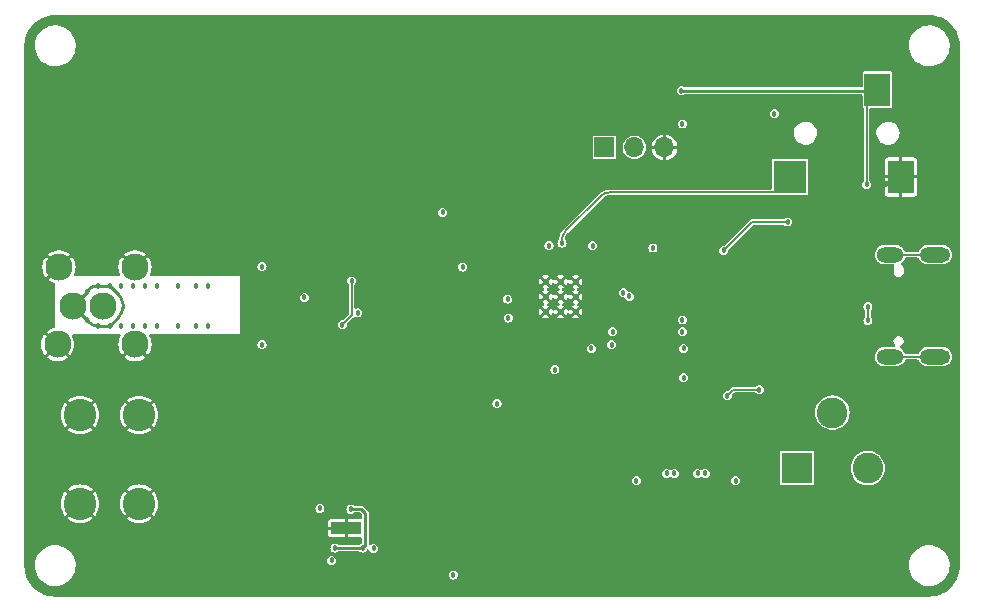
<source format=gbl>
%TF.GenerationSoftware,KiCad,Pcbnew,7.0.6-7.0.6~ubuntu20.04.1*%
%TF.CreationDate,2023-09-06T11:46:54-07:00*%
%TF.ProjectId,harp_lick_detector_capactive,68617270-5f6c-4696-936b-5f6465746563,rev?*%
%TF.SameCoordinates,PX640a5a0PY7088980*%
%TF.FileFunction,Copper,L4,Bot*%
%TF.FilePolarity,Positive*%
%FSLAX46Y46*%
G04 Gerber Fmt 4.6, Leading zero omitted, Abs format (unit mm)*
G04 Created by KiCad (PCBNEW 7.0.6-7.0.6~ubuntu20.04.1) date 2023-09-06 11:46:54*
%MOMM*%
%LPD*%
G01*
G04 APERTURE LIST*
%TA.AperFunction,ComponentPad*%
%ADD10R,2.600000X2.600000*%
%TD*%
%TA.AperFunction,ComponentPad*%
%ADD11C,2.600000*%
%TD*%
%TA.AperFunction,ComponentPad*%
%ADD12C,2.300000*%
%TD*%
%TA.AperFunction,ComponentPad*%
%ADD13C,0.600000*%
%TD*%
%TA.AperFunction,SMDPad,CuDef*%
%ADD14R,2.650000X1.000000*%
%TD*%
%TA.AperFunction,ComponentPad*%
%ADD15O,2.300000X1.300000*%
%TD*%
%TA.AperFunction,ComponentPad*%
%ADD16O,2.600000X1.300000*%
%TD*%
%TA.AperFunction,ComponentPad*%
%ADD17C,2.750000*%
%TD*%
%TA.AperFunction,ComponentPad*%
%ADD18R,1.700000X1.700000*%
%TD*%
%TA.AperFunction,ComponentPad*%
%ADD19O,1.700000X1.700000*%
%TD*%
%TA.AperFunction,SMDPad,CuDef*%
%ADD20R,2.200000X2.800000*%
%TD*%
%TA.AperFunction,SMDPad,CuDef*%
%ADD21R,2.800000X2.800000*%
%TD*%
%TA.AperFunction,ViaPad*%
%ADD22C,0.457200*%
%TD*%
%TA.AperFunction,Conductor*%
%ADD23C,0.152400*%
%TD*%
%TA.AperFunction,Conductor*%
%ADD24C,0.254000*%
%TD*%
%TA.AperFunction,Conductor*%
%ADD25C,0.250000*%
%TD*%
G04 APERTURE END LIST*
D10*
%TO.P,J6,1*%
%TO.N,+12V*%
X65800000Y11250000D03*
D11*
%TO.P,J6,2*%
%TO.N,GND2*%
X71800000Y11250000D03*
%TO.P,J6,3*%
%TO.N,unconnected-(J6-Pad3)*%
X68800000Y15950000D03*
%TD*%
D12*
%TO.P,J3,1,In*%
%TO.N,/Lick Detection Analog Front End/triax_core*%
X7000000Y25000000D03*
%TO.P,J3,2,Guard*%
%TO.N,/Lick Detection Analog Front End/triax_inner_shield*%
X4460000Y25000000D03*
%TO.P,J3,3,Shield*%
%TO.N,GND*%
X3190000Y21723400D03*
X9743200Y21723400D03*
X3310000Y28276600D03*
X9743200Y28276600D03*
%TD*%
D13*
%TO.P,U11,13,PAD*%
%TO.N,GND*%
X28650000Y6150000D03*
X27650000Y6150000D03*
D14*
X27650000Y6150000D03*
D13*
X26650000Y6150000D03*
%TD*%
%TO.P,U4,57,GND*%
%TO.N,GND*%
X47075000Y27037500D03*
X45800000Y27037500D03*
X44525000Y27037500D03*
X47075000Y25762500D03*
X45800000Y25762500D03*
X44525000Y25762500D03*
X47075000Y24487500D03*
X45800000Y24487500D03*
X44525000Y24487500D03*
%TD*%
D15*
%TO.P,J5,S1,SHIELD*%
%TO.N,GND1*%
X73675000Y20680000D03*
D16*
X77500000Y20680000D03*
D15*
X73675000Y29320000D03*
D16*
X77500000Y29320000D03*
%TD*%
D17*
%TO.P,H1,1,1*%
%TO.N,GND*%
X10100000Y15750000D03*
X5100000Y15750000D03*
X10100000Y8250000D03*
X5100000Y8250000D03*
%TD*%
D18*
%TO.P,J2,1,Pin_1*%
%TO.N,/Harp Core RP2040 + Isolated USB/UART0_TXD*%
X49500000Y38400000D03*
D19*
%TO.P,J2,2,Pin_2*%
%TO.N,/Harp Core RP2040 + Isolated USB/UART0_RXD*%
X52040000Y38400000D03*
%TO.P,J2,3,Pin_3*%
%TO.N,GND*%
X54580000Y38400000D03*
%TD*%
D20*
%TO.P,J4,R*%
%TO.N,+3V3*%
X72600000Y43300000D03*
%TO.P,J4,S*%
%TO.N,GND*%
X74600000Y35900000D03*
D21*
%TO.P,J4,T*%
%TO.N,/Harp Core RP2040 + Isolated USB/HARP_CLK_SYNC*%
X65200000Y35900000D03*
%TD*%
D22*
%TO.N,GND*%
X35700000Y2200000D03*
X71100000Y42500000D03*
X16800000Y21300000D03*
X29297500Y31400000D03*
X38500000Y31300000D03*
X32100000Y14500000D03*
X59500000Y12300000D03*
X29600000Y8750000D03*
X39400000Y16700000D03*
X59500000Y38300000D03*
X16900000Y28700000D03*
X49400000Y21400000D03*
X78700000Y16900000D03*
X56200000Y20100000D03*
X54200000Y28100000D03*
X54200000Y26500000D03*
X50900000Y32600000D03*
X63800000Y33300000D03*
X56075000Y4937500D03*
X52200000Y6000000D03*
X22900000Y21800000D03*
X60700000Y42692500D03*
X39000000Y24100000D03*
X56100000Y27900000D03*
X25900000Y30500000D03*
X24500000Y14500000D03*
X56725000Y4937500D03*
X34200000Y19700000D03*
X61500000Y41200000D03*
X24075000Y28100000D03*
X71100000Y36700000D03*
X38900000Y25100000D03*
X52900000Y23100000D03*
X62900000Y3100000D03*
X34300000Y24600000D03*
X22530000Y3550000D03*
X32100000Y27200000D03*
X60600000Y6000000D03*
X73300000Y35300000D03*
X52300000Y21100000D03*
X39800000Y26300000D03*
X35800000Y30900000D03*
X52900000Y22100000D03*
X58700000Y38300000D03*
X28800000Y25750000D03*
X26775000Y24750000D03*
X48500000Y32600000D03*
X22900000Y28225000D03*
X56725000Y8387500D03*
X56075000Y8387500D03*
X42000000Y32300000D03*
X26400000Y19400000D03*
X37500000Y27200000D03*
X55900000Y29900000D03*
X61000000Y38100000D03*
X39500000Y30000000D03*
X38600000Y16000000D03*
X53300000Y12300000D03*
X35012500Y7855000D03*
X54200000Y27100000D03*
X42500000Y30300000D03*
%TO.N,+3V3*%
X48500000Y30100000D03*
X56100000Y23800000D03*
X56100000Y40400000D03*
X51100000Y26100000D03*
X48400000Y21400000D03*
X40400000Y16700000D03*
X37500000Y28280000D03*
X41362500Y23962500D03*
X44800000Y30100000D03*
X56200000Y21400000D03*
X51600000Y25800000D03*
X56100000Y22800000D03*
X50200000Y22800000D03*
X56000000Y43200000D03*
X50100000Y21700000D03*
X56200000Y18900000D03*
X54775000Y10800000D03*
X52200000Y10200000D03*
X53600000Y29900000D03*
X35800000Y32900000D03*
X41300000Y25562500D03*
X55425000Y10800000D03*
X71700000Y35289500D03*
X45300000Y19600000D03*
%TO.N,GND1*%
X71800000Y24921900D03*
X71800000Y23769500D03*
%TO.N,+2V5*%
X29950000Y4450000D03*
X20500000Y28300000D03*
X24100000Y25700000D03*
%TO.N,-2V5*%
X25400000Y7850000D03*
X20500000Y21700000D03*
X28600000Y24400000D03*
%TO.N,+5V*%
X60600000Y10200000D03*
X26400000Y3450000D03*
X63875000Y41275000D03*
X28025000Y7775000D03*
X57375000Y10800000D03*
X58025000Y10800000D03*
X29028350Y4478350D03*
X36700000Y2200000D03*
X26675000Y4475000D03*
%TO.N,Net-(C30-Pad2)*%
X27304236Y23404247D03*
X28100000Y27100000D03*
%TO.N,/Lick Detection Analog Front End/triax_inner_shield*%
X15900000Y26700000D03*
X7600000Y23300000D03*
X13400000Y26700000D03*
X9600000Y26700000D03*
X8600000Y26700000D03*
X10600000Y23300000D03*
X14900000Y26700000D03*
X11600000Y23300000D03*
X11600000Y26700000D03*
X7600000Y26700000D03*
X9600000Y23300000D03*
X6600000Y26700000D03*
X15900000Y23300000D03*
X8600000Y23300000D03*
X5700000Y26200000D03*
X10600000Y26700000D03*
X5700000Y23800000D03*
X13400000Y23300000D03*
X6600000Y23300000D03*
X14900000Y23300000D03*
%TO.N,/Harp Core RP2040 + Isolated USB/HARP_CLK_SYNC*%
X45900000Y30300000D03*
%TO.N,Net-(U4-GPIO24)*%
X62600000Y17900000D03*
X59900000Y17400000D03*
%TO.N,Net-(U4-GPIO25)*%
X59600000Y29700000D03*
X65000000Y32100000D03*
%TD*%
D23*
%TO.N,GND*%
X73300000Y35300000D02*
X73900000Y35900000D01*
X73900000Y35900000D02*
X74600000Y35900000D01*
D24*
%TO.N,+3V3*%
X72500000Y43200000D02*
X72600000Y43300000D01*
X56000000Y43200000D02*
X72500000Y43200000D01*
D23*
X71700000Y35289500D02*
X71700000Y42400000D01*
X71700000Y42400000D02*
X72600000Y43300000D01*
%TO.N,GND1*%
X77500000Y20680000D02*
X73675000Y20680000D01*
X71800000Y24921900D02*
X71800000Y23769500D01*
X77500000Y29320000D02*
X73675000Y29320000D01*
D25*
%TO.N,+5V*%
X29025000Y4475000D02*
X26675000Y4475000D01*
X28025000Y7775000D02*
X28925000Y7775000D01*
X28925000Y7775000D02*
X29252400Y7447600D01*
X29252400Y4702400D02*
X29028350Y4478350D01*
X29028350Y4478350D02*
X29025000Y4475000D01*
X29252400Y7447600D02*
X29252400Y4702400D01*
D23*
%TO.N,Net-(C30-Pad2)*%
X28100000Y24200000D02*
X28100000Y27100000D01*
X27304236Y23404247D02*
X27304247Y23404247D01*
X27304247Y23404247D02*
X28100000Y24200000D01*
D24*
%TO.N,/Lick Detection Analog Front End/triax_inner_shield*%
X8700000Y24814214D02*
X8700000Y25185786D01*
X7600000Y23300000D02*
X8407107Y24107107D01*
X5660000Y26200000D02*
X5700000Y26200000D01*
X4460000Y25000000D02*
X5660000Y26200000D01*
X4460000Y25000000D02*
X5660000Y23800000D01*
X6600000Y26700000D02*
X7600000Y26700000D01*
X5660000Y23800000D02*
X5700000Y23800000D01*
X6574214Y23300000D02*
X6600000Y23300000D01*
X5700000Y26240000D02*
X5867107Y26407107D01*
X5700000Y23760000D02*
X5867107Y23592893D01*
X6600000Y23300000D02*
X7600000Y23300000D01*
X5700000Y26200000D02*
X5700000Y26240000D01*
X6574214Y26700000D02*
X6600000Y26700000D01*
X7600000Y26700000D02*
X8407107Y25892893D01*
X5700000Y23800000D02*
X5700000Y23760000D01*
X5867100Y23592886D02*
G75*
G03*
X6574214Y23300000I707100J707114D01*
G01*
X8407114Y24107100D02*
G75*
G03*
X8700000Y24814214I-707114J707100D01*
G01*
X8699990Y25185786D02*
G75*
G03*
X8407107Y25892893I-999990J14D01*
G01*
X6574214Y26699990D02*
G75*
G03*
X5867107Y26407107I-14J-999990D01*
G01*
D23*
%TO.N,/Harp Core RP2040 + Isolated USB/HARP_CLK_SYNC*%
X63900000Y34600000D02*
X65200000Y35900000D01*
X46192893Y31292893D02*
X49207107Y34307107D01*
X45900000Y30300000D02*
X45900000Y30585786D01*
X49914214Y34600000D02*
X63900000Y34600000D01*
X49914214Y34599990D02*
G75*
G03*
X49207107Y34307107I-14J-999990D01*
G01*
X46192886Y31292900D02*
G75*
G03*
X45900000Y30585786I707114J-707100D01*
G01*
%TO.N,Net-(U4-GPIO24)*%
X60400000Y17900000D02*
X62600000Y17900000D01*
X59900000Y17400000D02*
X60400000Y17900000D01*
%TO.N,Net-(U4-GPIO25)*%
X62000000Y32100000D02*
X59600000Y29700000D01*
X65000000Y32100000D02*
X62000000Y32100000D01*
%TD*%
%TA.AperFunction,Conductor*%
%TO.N,GND*%
G36*
X77001735Y49618402D02*
G01*
X77132594Y49611054D01*
X77289712Y49602230D01*
X77296599Y49601454D01*
X77579234Y49553433D01*
X77586017Y49551885D01*
X77861495Y49472522D01*
X77868055Y49470225D01*
X77984861Y49421843D01*
X78132916Y49360517D01*
X78139173Y49357502D01*
X78390075Y49218833D01*
X78395967Y49215131D01*
X78629764Y49049243D01*
X78635205Y49044905D01*
X78848960Y48853881D01*
X78853880Y48848961D01*
X79044904Y48635206D01*
X79049242Y48629765D01*
X79215130Y48395968D01*
X79218832Y48390076D01*
X79357501Y48139174D01*
X79360521Y48132905D01*
X79470224Y47868056D01*
X79472523Y47861489D01*
X79551884Y47586018D01*
X79553432Y47579235D01*
X79601451Y47296617D01*
X79602230Y47289703D01*
X79618402Y47001737D01*
X79618500Y46998259D01*
X79618500Y3001742D01*
X79618402Y2998264D01*
X79602230Y2710298D01*
X79601451Y2703384D01*
X79553432Y2420766D01*
X79551884Y2413983D01*
X79472523Y2138512D01*
X79470224Y2131945D01*
X79360521Y1867096D01*
X79357501Y1860827D01*
X79218832Y1609925D01*
X79215130Y1604033D01*
X79049242Y1370236D01*
X79044904Y1364795D01*
X78853880Y1151040D01*
X78848960Y1146120D01*
X78635205Y955096D01*
X78629764Y950758D01*
X78395967Y784870D01*
X78390075Y781168D01*
X78139173Y642499D01*
X78132904Y639479D01*
X77868055Y529776D01*
X77861488Y527477D01*
X77586017Y448116D01*
X77579234Y446568D01*
X77296616Y398549D01*
X77289702Y397770D01*
X77001736Y381598D01*
X76998258Y381500D01*
X3001742Y381500D01*
X2998265Y381598D01*
X2710297Y397770D01*
X2703385Y398549D01*
X2663072Y405399D01*
X2420765Y446568D01*
X2413982Y448116D01*
X2138511Y527477D01*
X2131944Y529776D01*
X1908491Y622333D01*
X1867091Y639481D01*
X1860826Y642499D01*
X1609924Y781168D01*
X1604032Y784870D01*
X1370235Y950758D01*
X1364794Y955096D01*
X1151039Y1146120D01*
X1146119Y1151040D01*
X955095Y1364795D01*
X950757Y1370236D01*
X784869Y1604033D01*
X781167Y1609925D01*
X642498Y1860827D01*
X639483Y1867084D01*
X560309Y2058228D01*
X529775Y2131945D01*
X527476Y2138512D01*
X517740Y2172306D01*
X448115Y2413983D01*
X446567Y2420766D01*
X445502Y2427035D01*
X398546Y2703401D01*
X397770Y2710288D01*
X385227Y2933638D01*
X381598Y2998265D01*
X381500Y3001742D01*
X381500Y3066363D01*
X1268687Y3066363D01*
X1278846Y2801301D01*
X1329350Y2540894D01*
X1419009Y2291257D01*
X1419012Y2291250D01*
X1545726Y2058228D01*
X1545729Y2058223D01*
X1706530Y1847272D01*
X1706534Y1847267D01*
X1897657Y1663330D01*
X2114617Y1510723D01*
X2352331Y1393024D01*
X2605225Y1312991D01*
X2867372Y1272500D01*
X2867376Y1272500D01*
X3066219Y1272500D01*
X3066220Y1272500D01*
X3264478Y1287721D01*
X3522756Y1348161D01*
X3577528Y1370236D01*
X3768774Y1447314D01*
X3768779Y1447317D01*
X3768782Y1447318D01*
X3996788Y1582869D01*
X4201430Y1751636D01*
X4377912Y1949664D01*
X4448215Y2058224D01*
X4522094Y2172306D01*
X4522094Y2172308D01*
X4522096Y2172310D01*
X4534508Y2199998D01*
X36313745Y2199998D01*
X36332648Y2080644D01*
X36387511Y1972967D01*
X36472966Y1887512D01*
X36580643Y1832649D01*
X36699998Y1813745D01*
X36700000Y1813745D01*
X36700002Y1813745D01*
X36819356Y1832649D01*
X36819357Y1832650D01*
X36819359Y1832650D01*
X36927035Y1887513D01*
X37012487Y1972965D01*
X37067350Y2080641D01*
X37067350Y2080643D01*
X37067351Y2080644D01*
X37086255Y2199998D01*
X37086255Y2200003D01*
X37067351Y2319357D01*
X37012488Y2427034D01*
X36927033Y2512489D01*
X36819356Y2567352D01*
X36700002Y2586255D01*
X36699998Y2586255D01*
X36580643Y2567352D01*
X36472966Y2512489D01*
X36387511Y2427034D01*
X36332648Y2319357D01*
X36313745Y2200003D01*
X36313745Y2199998D01*
X4534508Y2199998D01*
X4630604Y2414357D01*
X4700892Y2670131D01*
X4731313Y2933637D01*
X4721153Y3198699D01*
X4716446Y3222967D01*
X4672416Y3449998D01*
X26013744Y3449998D01*
X26032648Y3330644D01*
X26087511Y3222967D01*
X26172966Y3137512D01*
X26280643Y3082649D01*
X26399998Y3063745D01*
X26400000Y3063745D01*
X26400002Y3063745D01*
X26416531Y3066363D01*
X75268687Y3066363D01*
X75278846Y2801301D01*
X75329350Y2540894D01*
X75419009Y2291257D01*
X75419012Y2291250D01*
X75545726Y2058228D01*
X75545729Y2058223D01*
X75706530Y1847272D01*
X75706534Y1847267D01*
X75897657Y1663330D01*
X76114617Y1510723D01*
X76352331Y1393024D01*
X76605225Y1312991D01*
X76867372Y1272500D01*
X76867376Y1272500D01*
X77066219Y1272500D01*
X77066220Y1272500D01*
X77264478Y1287721D01*
X77522756Y1348161D01*
X77577528Y1370236D01*
X77768774Y1447314D01*
X77768779Y1447317D01*
X77768782Y1447318D01*
X77996788Y1582869D01*
X78201430Y1751636D01*
X78377912Y1949664D01*
X78448215Y2058224D01*
X78522094Y2172306D01*
X78522094Y2172308D01*
X78522096Y2172310D01*
X78630604Y2414357D01*
X78700892Y2670131D01*
X78731313Y2933637D01*
X78721153Y3198699D01*
X78716446Y3222967D01*
X78670649Y3459107D01*
X78580990Y3708744D01*
X78580987Y3708751D01*
X78454273Y3941773D01*
X78454270Y3941778D01*
X78293469Y4152729D01*
X78293466Y4152733D01*
X78102343Y4336670D01*
X78075368Y4355644D01*
X77885382Y4489278D01*
X77647670Y4606976D01*
X77647667Y4606977D01*
X77394777Y4687009D01*
X77289916Y4703206D01*
X77132628Y4727500D01*
X76933780Y4727500D01*
X76735522Y4712279D01*
X76735518Y4712279D01*
X76477246Y4651840D01*
X76477236Y4651837D01*
X76231225Y4552687D01*
X76231216Y4552682D01*
X76003213Y4417132D01*
X75802150Y4251316D01*
X75798570Y4248364D01*
X75779369Y4226819D01*
X75622088Y4050337D01*
X75622081Y4050328D01*
X75477905Y3827695D01*
X75477904Y3827691D01*
X75369395Y3585643D01*
X75299108Y3329872D01*
X75268687Y3066363D01*
X26416531Y3066363D01*
X26519356Y3082649D01*
X26519357Y3082650D01*
X26519359Y3082650D01*
X26627035Y3137513D01*
X26712487Y3222965D01*
X26767350Y3330641D01*
X26767350Y3330643D01*
X26767351Y3330644D01*
X26786255Y3449998D01*
X26786255Y3450003D01*
X26767351Y3569357D01*
X26712488Y3677034D01*
X26627033Y3762489D01*
X26519356Y3817352D01*
X26400002Y3836255D01*
X26399998Y3836255D01*
X26280643Y3817352D01*
X26172966Y3762489D01*
X26087511Y3677034D01*
X26032648Y3569357D01*
X26013744Y3450003D01*
X26013744Y3449998D01*
X4672416Y3449998D01*
X4670649Y3459107D01*
X4580990Y3708744D01*
X4580987Y3708751D01*
X4454273Y3941773D01*
X4454270Y3941778D01*
X4293469Y4152729D01*
X4293466Y4152733D01*
X4102343Y4336670D01*
X4075368Y4355644D01*
X3905684Y4474998D01*
X26288744Y4474998D01*
X26307648Y4355644D01*
X26362511Y4247967D01*
X26447966Y4162512D01*
X26555643Y4107649D01*
X26674998Y4088745D01*
X26675000Y4088745D01*
X26675002Y4088745D01*
X26794356Y4107649D01*
X26794357Y4107650D01*
X26794359Y4107650D01*
X26902035Y4162513D01*
X26902037Y4162516D01*
X26909926Y4168246D01*
X26911075Y4166664D01*
X26961626Y4194266D01*
X26987984Y4197100D01*
X28718716Y4197100D01*
X28785755Y4177415D01*
X28793258Y4171369D01*
X28793424Y4171596D01*
X28801315Y4165863D01*
X28908993Y4110999D01*
X29028348Y4092095D01*
X29028350Y4092095D01*
X29028352Y4092095D01*
X29147706Y4110999D01*
X29147707Y4111000D01*
X29147709Y4111000D01*
X29255385Y4165863D01*
X29340837Y4251315D01*
X29371467Y4311432D01*
X29419440Y4362227D01*
X29487260Y4379023D01*
X29553396Y4356487D01*
X29592437Y4311431D01*
X29637511Y4222967D01*
X29722966Y4137512D01*
X29830643Y4082649D01*
X29949998Y4063745D01*
X29950000Y4063745D01*
X29950002Y4063745D01*
X30069356Y4082649D01*
X30069357Y4082650D01*
X30069359Y4082650D01*
X30177035Y4137513D01*
X30262487Y4222965D01*
X30317350Y4330641D01*
X30317350Y4330643D01*
X30317351Y4330644D01*
X30336255Y4449998D01*
X30336255Y4450003D01*
X30317351Y4569357D01*
X30262488Y4677034D01*
X30177033Y4762489D01*
X30069356Y4817352D01*
X29950002Y4836255D01*
X29949998Y4836255D01*
X29830643Y4817352D01*
X29714269Y4758057D01*
X29713023Y4760501D01*
X29661378Y4742074D01*
X29593324Y4757900D01*
X29544630Y4808006D01*
X29530300Y4865872D01*
X29530300Y7389156D01*
X29530895Y7397732D01*
X29532401Y7408535D01*
X29532403Y7408540D01*
X29530366Y7452606D01*
X29530300Y7455469D01*
X29530300Y7473351D01*
X29530300Y7473353D01*
X29529904Y7475467D01*
X29528914Y7484005D01*
X29527605Y7512327D01*
X29525454Y7517197D01*
X29517001Y7544497D01*
X29516768Y7545740D01*
X29516023Y7549728D01*
X29516020Y7549733D01*
X29501096Y7573837D01*
X29497088Y7581441D01*
X29485639Y7607371D01*
X29481876Y7611134D01*
X29464129Y7633540D01*
X29461329Y7638062D01*
X29438701Y7655150D01*
X29432216Y7660794D01*
X29162831Y7930179D01*
X29157187Y7936665D01*
X29150610Y7945374D01*
X29118018Y7975086D01*
X29115946Y7977064D01*
X29103293Y7989717D01*
X29101512Y7990937D01*
X29094777Y7996273D01*
X29073830Y8015368D01*
X29068862Y8017293D01*
X29043588Y8030615D01*
X29039194Y8033625D01*
X29039193Y8033626D01*
X29039192Y8033626D01*
X29011591Y8040119D01*
X29003383Y8042661D01*
X28976950Y8052900D01*
X28976949Y8052900D01*
X28971626Y8052900D01*
X28943236Y8056194D01*
X28938057Y8057412D01*
X28909975Y8053495D01*
X28901402Y8052900D01*
X28337984Y8052900D01*
X28270945Y8072585D01*
X28256271Y8084410D01*
X28252034Y8087488D01*
X28144356Y8142352D01*
X28025002Y8161255D01*
X28024998Y8161255D01*
X27905643Y8142352D01*
X27797966Y8087489D01*
X27712511Y8002034D01*
X27657648Y7894357D01*
X27638744Y7775003D01*
X27638744Y7774998D01*
X27657648Y7655644D01*
X27712511Y7547967D01*
X27797966Y7462512D01*
X27905643Y7407649D01*
X28024998Y7388745D01*
X28025000Y7388745D01*
X28025002Y7388745D01*
X28144356Y7407649D01*
X28144357Y7407650D01*
X28144359Y7407650D01*
X28252035Y7462513D01*
X28252037Y7462516D01*
X28259926Y7468246D01*
X28261075Y7466664D01*
X28311626Y7494266D01*
X28337984Y7497100D01*
X28758529Y7497100D01*
X28825568Y7477415D01*
X28846210Y7460781D01*
X28938181Y7368810D01*
X28971666Y7307487D01*
X28974500Y7281129D01*
X28974500Y7028000D01*
X28954815Y6960961D01*
X28902011Y6915206D01*
X28850500Y6904000D01*
X27777000Y6904000D01*
X27776999Y6235132D01*
X27727645Y6284486D01*
X27669746Y6300000D01*
X27630254Y6300000D01*
X27572355Y6284486D01*
X27515514Y6227646D01*
X27494709Y6150000D01*
X27515514Y6072355D01*
X27572355Y6015514D01*
X27630254Y6000000D01*
X27669746Y6000000D01*
X27727645Y6015514D01*
X27776999Y6064869D01*
X27777000Y5396001D01*
X28850500Y5396001D01*
X28917539Y5376316D01*
X28963294Y5323512D01*
X28974500Y5272001D01*
X28974500Y4955066D01*
X28954815Y4888027D01*
X28906794Y4844581D01*
X28801316Y4790839D01*
X28799697Y4789219D01*
X28797243Y4787880D01*
X28793424Y4785104D01*
X28793065Y4785598D01*
X28738374Y4755734D01*
X28712016Y4752900D01*
X26987984Y4752900D01*
X26920945Y4772585D01*
X26906271Y4784410D01*
X26902034Y4787488D01*
X26794356Y4842352D01*
X26675002Y4861255D01*
X26674998Y4861255D01*
X26555643Y4842352D01*
X26447966Y4787489D01*
X26362511Y4702034D01*
X26307648Y4594357D01*
X26288744Y4475003D01*
X26288744Y4474998D01*
X3905684Y4474998D01*
X3885382Y4489278D01*
X3647670Y4606976D01*
X3647667Y4606977D01*
X3394777Y4687009D01*
X3289916Y4703206D01*
X3132628Y4727500D01*
X2933780Y4727500D01*
X2735522Y4712279D01*
X2735518Y4712279D01*
X2477246Y4651840D01*
X2477236Y4651837D01*
X2231225Y4552687D01*
X2231216Y4552682D01*
X2003213Y4417132D01*
X1802150Y4251316D01*
X1798570Y4248364D01*
X1779369Y4226820D01*
X1622088Y4050337D01*
X1622081Y4050328D01*
X1477905Y3827695D01*
X1477904Y3827691D01*
X1369395Y3585643D01*
X1299108Y3329872D01*
X1268687Y3066363D01*
X381500Y3066363D01*
X381500Y6277000D01*
X26071000Y6277000D01*
X26564869Y6277000D01*
X26515514Y6227646D01*
X26494709Y6150000D01*
X26515514Y6072355D01*
X26564869Y6023000D01*
X26071001Y6023000D01*
X26071001Y5624986D01*
X26085737Y5550894D01*
X26085738Y5550891D01*
X26141876Y5466877D01*
X26225895Y5410737D01*
X26225896Y5410736D01*
X26299980Y5396001D01*
X27522999Y5396001D01*
X27523000Y5396002D01*
X27523000Y6023000D01*
X26735131Y6023000D01*
X26784486Y6072354D01*
X26805291Y6150000D01*
X26784486Y6227645D01*
X26735131Y6277000D01*
X27523000Y6277000D01*
X27523000Y6904000D01*
X26299985Y6904000D01*
X26225893Y6889263D01*
X26225890Y6889262D01*
X26141876Y6833124D01*
X26085736Y6749105D01*
X26085735Y6749104D01*
X26071000Y6675022D01*
X26071000Y6277000D01*
X381500Y6277000D01*
X381500Y8250000D01*
X3465963Y8250000D01*
X3486081Y7994377D01*
X3545938Y7745053D01*
X3644061Y7508163D01*
X3778032Y7289542D01*
X3778033Y7289540D01*
X3861826Y7191432D01*
X4362193Y7691800D01*
X4408805Y7627645D01*
X4539536Y7509934D01*
X4041430Y7011828D01*
X4139539Y6928034D01*
X4139541Y6928033D01*
X4358162Y6794062D01*
X4595052Y6695939D01*
X4844376Y6636082D01*
X5099999Y6615964D01*
X5355623Y6636082D01*
X5604947Y6695939D01*
X5841837Y6794062D01*
X6060458Y6928033D01*
X6060459Y6928034D01*
X6158568Y7011828D01*
X5660462Y7509933D01*
X5791195Y7627645D01*
X5837805Y7691799D01*
X6338172Y7191432D01*
X6421966Y7289541D01*
X6421967Y7289542D01*
X6555938Y7508163D01*
X6654061Y7745053D01*
X6713918Y7994377D01*
X6734036Y8250000D01*
X8465963Y8250000D01*
X8486081Y7994377D01*
X8545938Y7745053D01*
X8644061Y7508163D01*
X8778032Y7289542D01*
X8778033Y7289540D01*
X8861826Y7191432D01*
X9362193Y7691800D01*
X9408805Y7627645D01*
X9539536Y7509934D01*
X9041430Y7011828D01*
X9139539Y6928034D01*
X9139541Y6928033D01*
X9358162Y6794062D01*
X9595052Y6695939D01*
X9844376Y6636082D01*
X10100000Y6615964D01*
X10355623Y6636082D01*
X10604947Y6695939D01*
X10841837Y6794062D01*
X11060458Y6928033D01*
X11060459Y6928034D01*
X11158568Y7011828D01*
X10660462Y7509933D01*
X10791195Y7627645D01*
X10837805Y7691799D01*
X11338172Y7191432D01*
X11421966Y7289541D01*
X11421967Y7289542D01*
X11555938Y7508163D01*
X11654061Y7745053D01*
X11679256Y7849998D01*
X25013744Y7849998D01*
X25032648Y7730644D01*
X25087511Y7622967D01*
X25172966Y7537512D01*
X25280643Y7482649D01*
X25399998Y7463745D01*
X25400000Y7463745D01*
X25400002Y7463745D01*
X25519356Y7482649D01*
X25519357Y7482650D01*
X25519359Y7482650D01*
X25627035Y7537513D01*
X25712487Y7622965D01*
X25767350Y7730641D01*
X25767350Y7730643D01*
X25767351Y7730644D01*
X25786255Y7849998D01*
X25786255Y7850003D01*
X25767351Y7969357D01*
X25712488Y8077034D01*
X25627033Y8162489D01*
X25519356Y8217352D01*
X25400002Y8236255D01*
X25399998Y8236255D01*
X25280643Y8217352D01*
X25172966Y8162489D01*
X25087511Y8077034D01*
X25032648Y7969357D01*
X25013744Y7850003D01*
X25013744Y7849998D01*
X11679256Y7849998D01*
X11713918Y7994377D01*
X11734036Y8250000D01*
X11713918Y8505624D01*
X11654061Y8754948D01*
X11555938Y8991838D01*
X11421967Y9210459D01*
X11421966Y9210461D01*
X11338172Y9308570D01*
X10837804Y8808202D01*
X10791195Y8872355D01*
X10660462Y8990068D01*
X11158568Y9488174D01*
X11060460Y9571967D01*
X11060458Y9571968D01*
X10841837Y9705939D01*
X10604947Y9804062D01*
X10355623Y9863919D01*
X10100000Y9884037D01*
X9844376Y9863919D01*
X9595052Y9804062D01*
X9358162Y9705939D01*
X9139539Y9571966D01*
X9139534Y9571963D01*
X9041430Y9488174D01*
X9539537Y8990068D01*
X9408805Y8872355D01*
X9362194Y8808202D01*
X8861826Y9308570D01*
X8778037Y9210466D01*
X8778034Y9210461D01*
X8644061Y8991838D01*
X8545938Y8754948D01*
X8486081Y8505624D01*
X8465963Y8250000D01*
X6734036Y8250000D01*
X6713918Y8505624D01*
X6654061Y8754948D01*
X6555938Y8991838D01*
X6421967Y9210459D01*
X6421966Y9210461D01*
X6338172Y9308570D01*
X5837804Y8808203D01*
X5791195Y8872355D01*
X5660461Y8990068D01*
X6158568Y9488174D01*
X6060460Y9571967D01*
X6060458Y9571968D01*
X5841837Y9705939D01*
X5604947Y9804062D01*
X5355623Y9863919D01*
X5100000Y9884037D01*
X4844376Y9863919D01*
X4595052Y9804062D01*
X4358162Y9705939D01*
X4139539Y9571966D01*
X4139534Y9571963D01*
X4041430Y9488174D01*
X4539536Y8990067D01*
X4408805Y8872355D01*
X4362194Y8808202D01*
X3861826Y9308570D01*
X3778037Y9210466D01*
X3778034Y9210461D01*
X3644061Y8991838D01*
X3545938Y8754948D01*
X3486081Y8505624D01*
X3465963Y8250000D01*
X381500Y8250000D01*
X381500Y10199998D01*
X51813745Y10199998D01*
X51832648Y10080644D01*
X51887511Y9972967D01*
X51972966Y9887512D01*
X52080643Y9832649D01*
X52199998Y9813745D01*
X52200000Y9813745D01*
X52200002Y9813745D01*
X52319356Y9832649D01*
X52319357Y9832650D01*
X52319359Y9832650D01*
X52427035Y9887513D01*
X52512487Y9972965D01*
X52567350Y10080641D01*
X52567350Y10080643D01*
X52567351Y10080644D01*
X52586255Y10199998D01*
X60213745Y10199998D01*
X60232648Y10080644D01*
X60287511Y9972967D01*
X60372966Y9887512D01*
X60480643Y9832649D01*
X60599998Y9813745D01*
X60600000Y9813745D01*
X60600002Y9813745D01*
X60719356Y9832649D01*
X60719357Y9832650D01*
X60719359Y9832650D01*
X60827035Y9887513D01*
X60874468Y9934946D01*
X64347100Y9934946D01*
X64355972Y9890342D01*
X64355973Y9890339D01*
X64373627Y9863919D01*
X64389766Y9839766D01*
X64440342Y9805972D01*
X64440343Y9805972D01*
X64440345Y9805971D01*
X64462642Y9801536D01*
X64484943Y9797100D01*
X67115056Y9797101D01*
X67159658Y9805972D01*
X67210234Y9839766D01*
X67244028Y9890342D01*
X67252900Y9934943D01*
X67252900Y11249995D01*
X70342121Y11249995D01*
X70362004Y11010045D01*
X70421113Y10776627D01*
X70512910Y10567350D01*
X70517834Y10556126D01*
X70649529Y10354552D01*
X70812605Y10177404D01*
X70812608Y10177402D01*
X70812611Y10177399D01*
X71002607Y10029519D01*
X71002613Y10029515D01*
X71002616Y10029513D01*
X71214377Y9914913D01*
X71442112Y9836732D01*
X71679609Y9797100D01*
X71679610Y9797100D01*
X71920390Y9797100D01*
X71920391Y9797100D01*
X72157888Y9836732D01*
X72385623Y9914913D01*
X72597384Y10029513D01*
X72787395Y10177404D01*
X72950471Y10354552D01*
X73082166Y10556126D01*
X73178887Y10776627D01*
X73237995Y11010041D01*
X73251030Y11167350D01*
X73257879Y11249995D01*
X73257879Y11250006D01*
X73237995Y11489956D01*
X73237995Y11489959D01*
X73178887Y11723373D01*
X73082166Y11943874D01*
X72950471Y12145448D01*
X72787395Y12322596D01*
X72787390Y12322600D01*
X72787388Y12322602D01*
X72597392Y12470482D01*
X72597386Y12470486D01*
X72385624Y12585087D01*
X72385619Y12585089D01*
X72157890Y12663268D01*
X71973545Y12694030D01*
X71920391Y12702900D01*
X71679609Y12702900D01*
X71626455Y12694030D01*
X71442109Y12663268D01*
X71214380Y12585089D01*
X71214375Y12585087D01*
X71002613Y12470486D01*
X71002607Y12470482D01*
X70812611Y12322602D01*
X70812608Y12322599D01*
X70649529Y12145448D01*
X70517832Y11943871D01*
X70421113Y11723374D01*
X70362004Y11489956D01*
X70342121Y11250006D01*
X70342121Y11249995D01*
X67252900Y11249995D01*
X67252899Y12565056D01*
X67244028Y12609658D01*
X67244026Y12609660D01*
X67244026Y12609662D01*
X67210234Y12660234D01*
X67159659Y12694027D01*
X67159658Y12694028D01*
X67159657Y12694029D01*
X67159656Y12694029D01*
X67159654Y12694030D01*
X67115059Y12702900D01*
X64484945Y12702900D01*
X64440341Y12694028D01*
X64440338Y12694027D01*
X64389766Y12660235D01*
X64355971Y12609657D01*
X64355970Y12609655D01*
X64347100Y12565060D01*
X64347100Y9934946D01*
X60874468Y9934946D01*
X60912487Y9972965D01*
X60967350Y10080641D01*
X60967350Y10080643D01*
X60967351Y10080644D01*
X60986255Y10199998D01*
X60986255Y10200003D01*
X60967351Y10319357D01*
X60912488Y10427034D01*
X60827033Y10512489D01*
X60719356Y10567352D01*
X60600002Y10586255D01*
X60599998Y10586255D01*
X60480643Y10567352D01*
X60372966Y10512489D01*
X60287511Y10427034D01*
X60232648Y10319357D01*
X60213745Y10200003D01*
X60213745Y10199998D01*
X52586255Y10199998D01*
X52586255Y10200003D01*
X52567351Y10319357D01*
X52512488Y10427034D01*
X52427033Y10512489D01*
X52319356Y10567352D01*
X52200002Y10586255D01*
X52199998Y10586255D01*
X52080643Y10567352D01*
X51972966Y10512489D01*
X51887511Y10427034D01*
X51832648Y10319357D01*
X51813745Y10200003D01*
X51813745Y10199998D01*
X381500Y10199998D01*
X381500Y10799998D01*
X54388745Y10799998D01*
X54407648Y10680644D01*
X54462511Y10572967D01*
X54547966Y10487512D01*
X54655643Y10432649D01*
X54774998Y10413745D01*
X54775000Y10413745D01*
X54775002Y10413745D01*
X54894356Y10432649D01*
X54894357Y10432650D01*
X54894359Y10432650D01*
X55002035Y10487513D01*
X55012320Y10497799D01*
X55073638Y10531282D01*
X55143330Y10526300D01*
X55187678Y10497800D01*
X55197965Y10487513D01*
X55197969Y10487511D01*
X55305643Y10432649D01*
X55424998Y10413745D01*
X55425000Y10413745D01*
X55425002Y10413745D01*
X55544356Y10432649D01*
X55544357Y10432650D01*
X55544359Y10432650D01*
X55652035Y10487513D01*
X55737487Y10572965D01*
X55792350Y10680641D01*
X55792350Y10680643D01*
X55792351Y10680644D01*
X55811255Y10799998D01*
X56988745Y10799998D01*
X57007648Y10680644D01*
X57062511Y10572967D01*
X57147966Y10487512D01*
X57255643Y10432649D01*
X57374998Y10413745D01*
X57375000Y10413745D01*
X57375002Y10413745D01*
X57494356Y10432649D01*
X57494357Y10432650D01*
X57494359Y10432650D01*
X57602035Y10487513D01*
X57612318Y10497797D01*
X57673642Y10531282D01*
X57743334Y10526298D01*
X57787681Y10497797D01*
X57797966Y10487512D01*
X57905643Y10432649D01*
X58024998Y10413745D01*
X58025000Y10413745D01*
X58025002Y10413745D01*
X58144356Y10432649D01*
X58144357Y10432650D01*
X58144359Y10432650D01*
X58252035Y10487513D01*
X58337487Y10572965D01*
X58392350Y10680641D01*
X58392350Y10680643D01*
X58392351Y10680644D01*
X58411255Y10799998D01*
X58411255Y10800003D01*
X58392351Y10919357D01*
X58337488Y11027034D01*
X58252033Y11112489D01*
X58144356Y11167352D01*
X58025002Y11186255D01*
X58024998Y11186255D01*
X57905643Y11167352D01*
X57797967Y11112490D01*
X57787679Y11102201D01*
X57726355Y11068718D01*
X57656663Y11073704D01*
X57612321Y11102201D01*
X57602032Y11112490D01*
X57494356Y11167352D01*
X57375002Y11186255D01*
X57374998Y11186255D01*
X57255643Y11167352D01*
X57147966Y11112489D01*
X57062511Y11027034D01*
X57007648Y10919357D01*
X56988745Y10800003D01*
X56988745Y10799998D01*
X55811255Y10799998D01*
X55811255Y10800003D01*
X55792351Y10919357D01*
X55737488Y11027034D01*
X55652033Y11112489D01*
X55544356Y11167352D01*
X55425002Y11186255D01*
X55424998Y11186255D01*
X55305643Y11167352D01*
X55197967Y11112490D01*
X55187679Y11102201D01*
X55126355Y11068718D01*
X55056663Y11073704D01*
X55012321Y11102201D01*
X55002032Y11112490D01*
X54894356Y11167352D01*
X54775002Y11186255D01*
X54774998Y11186255D01*
X54655643Y11167352D01*
X54547966Y11112489D01*
X54462511Y11027034D01*
X54407648Y10919357D01*
X54388745Y10800003D01*
X54388745Y10799998D01*
X381500Y10799998D01*
X381500Y15750000D01*
X3465963Y15750000D01*
X3486081Y15494377D01*
X3545938Y15245053D01*
X3644061Y15008163D01*
X3778032Y14789542D01*
X3778033Y14789540D01*
X3861826Y14691432D01*
X4362193Y15191800D01*
X4408805Y15127645D01*
X4539536Y15009934D01*
X4041430Y14511828D01*
X4139539Y14428034D01*
X4139541Y14428033D01*
X4358162Y14294062D01*
X4595052Y14195939D01*
X4844376Y14136082D01*
X5100000Y14115964D01*
X5355623Y14136082D01*
X5604947Y14195939D01*
X5841837Y14294062D01*
X6060458Y14428033D01*
X6060459Y14428034D01*
X6158568Y14511828D01*
X5660462Y15009933D01*
X5791195Y15127645D01*
X5837805Y15191799D01*
X6338172Y14691432D01*
X6421966Y14789541D01*
X6421967Y14789542D01*
X6555938Y15008163D01*
X6654061Y15245053D01*
X6713918Y15494377D01*
X6734036Y15750000D01*
X8465963Y15750000D01*
X8486081Y15494377D01*
X8545938Y15245053D01*
X8644061Y15008163D01*
X8778032Y14789542D01*
X8778033Y14789540D01*
X8861826Y14691432D01*
X9362193Y15191800D01*
X9408805Y15127645D01*
X9539536Y15009934D01*
X9041430Y14511828D01*
X9139539Y14428034D01*
X9139541Y14428033D01*
X9358162Y14294062D01*
X9595052Y14195939D01*
X9844376Y14136082D01*
X10100000Y14115964D01*
X10355623Y14136082D01*
X10604947Y14195939D01*
X10841837Y14294062D01*
X11060458Y14428033D01*
X11060459Y14428034D01*
X11158568Y14511828D01*
X10660462Y15009933D01*
X10791195Y15127645D01*
X10837805Y15191799D01*
X11338172Y14691432D01*
X11421966Y14789541D01*
X11421967Y14789542D01*
X11555938Y15008163D01*
X11654061Y15245053D01*
X11713918Y15494377D01*
X11734036Y15750000D01*
X11718296Y15949995D01*
X67342121Y15949995D01*
X67362004Y15710045D01*
X67421113Y15476627D01*
X67505189Y15284952D01*
X67517834Y15256126D01*
X67649529Y15054552D01*
X67812605Y14877404D01*
X67812608Y14877402D01*
X67812611Y14877399D01*
X68002607Y14729519D01*
X68002613Y14729515D01*
X68002616Y14729513D01*
X68214377Y14614913D01*
X68442112Y14536732D01*
X68679609Y14497100D01*
X68679610Y14497100D01*
X68920390Y14497100D01*
X68920391Y14497100D01*
X69157888Y14536732D01*
X69385623Y14614913D01*
X69597384Y14729513D01*
X69787395Y14877404D01*
X69950471Y15054552D01*
X70082166Y15256126D01*
X70178887Y15476627D01*
X70237995Y15710041D01*
X70257879Y15950000D01*
X70250635Y16037415D01*
X70237995Y16189956D01*
X70237995Y16189959D01*
X70178887Y16423373D01*
X70082166Y16643874D01*
X69950471Y16845448D01*
X69787395Y17022596D01*
X69787390Y17022600D01*
X69787388Y17022602D01*
X69597392Y17170482D01*
X69597386Y17170486D01*
X69385624Y17285087D01*
X69385619Y17285089D01*
X69157890Y17363268D01*
X68937751Y17400003D01*
X68920391Y17402900D01*
X68679609Y17402900D01*
X68662249Y17400003D01*
X68442109Y17363268D01*
X68214380Y17285089D01*
X68214375Y17285087D01*
X68002613Y17170486D01*
X68002607Y17170482D01*
X67812611Y17022602D01*
X67812608Y17022599D01*
X67812605Y17022597D01*
X67812605Y17022596D01*
X67724635Y16927035D01*
X67649529Y16845448D01*
X67517832Y16643871D01*
X67421113Y16423374D01*
X67362004Y16189956D01*
X67342121Y15950006D01*
X67342121Y15949995D01*
X11718296Y15949995D01*
X11713918Y16005624D01*
X11654061Y16254948D01*
X11555938Y16491838D01*
X11428378Y16699998D01*
X40013745Y16699998D01*
X40032648Y16580644D01*
X40087511Y16472967D01*
X40172966Y16387512D01*
X40280643Y16332649D01*
X40399998Y16313745D01*
X40400000Y16313745D01*
X40400002Y16313745D01*
X40519356Y16332649D01*
X40519357Y16332650D01*
X40519359Y16332650D01*
X40627035Y16387513D01*
X40712487Y16472965D01*
X40767350Y16580641D01*
X40767350Y16580643D01*
X40767351Y16580644D01*
X40786255Y16699998D01*
X40786255Y16700003D01*
X40767351Y16819357D01*
X40712488Y16927034D01*
X40627033Y17012489D01*
X40519356Y17067352D01*
X40400002Y17086255D01*
X40399998Y17086255D01*
X40280643Y17067352D01*
X40172966Y17012489D01*
X40087511Y16927034D01*
X40032648Y16819357D01*
X40013745Y16700003D01*
X40013745Y16699998D01*
X11428378Y16699998D01*
X11421967Y16710459D01*
X11421966Y16710461D01*
X11338172Y16808570D01*
X10837804Y16308202D01*
X10791195Y16372355D01*
X10660462Y16490068D01*
X11158568Y16988174D01*
X11060460Y17071967D01*
X11060458Y17071968D01*
X10841837Y17205939D01*
X10604947Y17304062D01*
X10355623Y17363919D01*
X10100000Y17384037D01*
X9844376Y17363919D01*
X9595052Y17304062D01*
X9358162Y17205939D01*
X9139539Y17071966D01*
X9139534Y17071963D01*
X9041430Y16988174D01*
X9539537Y16490068D01*
X9408805Y16372355D01*
X9362194Y16308202D01*
X8861826Y16808570D01*
X8778037Y16710466D01*
X8778034Y16710461D01*
X8644061Y16491838D01*
X8545938Y16254948D01*
X8486081Y16005624D01*
X8465963Y15750000D01*
X6734036Y15750000D01*
X6713918Y16005624D01*
X6654061Y16254948D01*
X6555938Y16491838D01*
X6421967Y16710459D01*
X6421966Y16710461D01*
X6338172Y16808570D01*
X5837804Y16308203D01*
X5791195Y16372355D01*
X5660462Y16490068D01*
X6158568Y16988174D01*
X6060460Y17071967D01*
X6060458Y17071968D01*
X5841837Y17205939D01*
X5604947Y17304062D01*
X5355623Y17363919D01*
X5099999Y17384037D01*
X4844376Y17363919D01*
X4595052Y17304062D01*
X4358162Y17205939D01*
X4139539Y17071966D01*
X4139534Y17071963D01*
X4041430Y16988174D01*
X4539537Y16490068D01*
X4408805Y16372355D01*
X4362194Y16308202D01*
X3861826Y16808570D01*
X3778037Y16710466D01*
X3778034Y16710461D01*
X3644061Y16491838D01*
X3545938Y16254948D01*
X3486081Y16005624D01*
X3465963Y15750000D01*
X381500Y15750000D01*
X381500Y17399998D01*
X59513745Y17399998D01*
X59532648Y17280644D01*
X59587511Y17172967D01*
X59672966Y17087512D01*
X59780643Y17032649D01*
X59899998Y17013745D01*
X59900000Y17013745D01*
X59900002Y17013745D01*
X60019356Y17032649D01*
X60019357Y17032650D01*
X60019359Y17032650D01*
X60127035Y17087513D01*
X60212487Y17172965D01*
X60267350Y17280641D01*
X60267350Y17280643D01*
X60267351Y17280644D01*
X60286255Y17399998D01*
X60286255Y17409760D01*
X60290013Y17409760D01*
X60296557Y17460585D01*
X60322413Y17498418D01*
X60458579Y17634584D01*
X60519902Y17668066D01*
X60546259Y17670900D01*
X62238216Y17670900D01*
X62305255Y17651215D01*
X62325897Y17634581D01*
X62372966Y17587512D01*
X62480643Y17532649D01*
X62599998Y17513745D01*
X62600000Y17513745D01*
X62600002Y17513745D01*
X62719356Y17532649D01*
X62719357Y17532650D01*
X62719359Y17532650D01*
X62827035Y17587513D01*
X62912487Y17672965D01*
X62967350Y17780641D01*
X62967350Y17780643D01*
X62967351Y17780644D01*
X62986255Y17899998D01*
X62986255Y17900003D01*
X62967351Y18019357D01*
X62912488Y18127034D01*
X62827033Y18212489D01*
X62719356Y18267352D01*
X62600002Y18286255D01*
X62599998Y18286255D01*
X62480643Y18267352D01*
X62372966Y18212489D01*
X62325897Y18165419D01*
X62264574Y18131934D01*
X62238216Y18129100D01*
X60407619Y18129100D01*
X60404377Y18129185D01*
X60400960Y18129364D01*
X60363361Y18131335D01*
X60343838Y18123841D01*
X60325195Y18118319D01*
X60304732Y18113969D01*
X60302934Y18112662D01*
X60274511Y18097229D01*
X60272436Y18096433D01*
X60257648Y18081645D01*
X60242859Y18069015D01*
X60225943Y18056725D01*
X60225940Y18056722D01*
X60224832Y18054801D01*
X60205131Y18029129D01*
X59998420Y17822419D01*
X59937097Y17788934D01*
X59909758Y17788148D01*
X59909758Y17786255D01*
X59899997Y17786255D01*
X59780643Y17767352D01*
X59672966Y17712489D01*
X59587511Y17627034D01*
X59532648Y17519357D01*
X59513745Y17400003D01*
X59513745Y17399998D01*
X381500Y17399998D01*
X381500Y18899998D01*
X55813745Y18899998D01*
X55832648Y18780644D01*
X55887511Y18672967D01*
X55972966Y18587512D01*
X56080643Y18532649D01*
X56199998Y18513745D01*
X56200000Y18513745D01*
X56200002Y18513745D01*
X56319356Y18532649D01*
X56319357Y18532650D01*
X56319359Y18532650D01*
X56427035Y18587513D01*
X56512487Y18672965D01*
X56567350Y18780641D01*
X56567350Y18780643D01*
X56567351Y18780644D01*
X56586255Y18899998D01*
X56586255Y18900003D01*
X56567351Y19019357D01*
X56512488Y19127034D01*
X56427033Y19212489D01*
X56319356Y19267352D01*
X56200002Y19286255D01*
X56199998Y19286255D01*
X56080643Y19267352D01*
X55972966Y19212489D01*
X55887511Y19127034D01*
X55832648Y19019357D01*
X55813745Y18900003D01*
X55813745Y18899998D01*
X381500Y18899998D01*
X381500Y19599998D01*
X44913745Y19599998D01*
X44932648Y19480644D01*
X44987511Y19372967D01*
X45072966Y19287512D01*
X45180643Y19232649D01*
X45299998Y19213745D01*
X45300000Y19213745D01*
X45300002Y19213745D01*
X45419356Y19232649D01*
X45419357Y19232650D01*
X45419359Y19232650D01*
X45527035Y19287513D01*
X45612487Y19372965D01*
X45667350Y19480641D01*
X45667350Y19480643D01*
X45667351Y19480644D01*
X45686255Y19599998D01*
X45686255Y19600003D01*
X45667351Y19719357D01*
X45612488Y19827034D01*
X45527033Y19912489D01*
X45419356Y19967352D01*
X45300002Y19986255D01*
X45299998Y19986255D01*
X45180643Y19967352D01*
X45072966Y19912489D01*
X44987511Y19827034D01*
X44932648Y19719357D01*
X44913745Y19600003D01*
X44913745Y19599998D01*
X381500Y19599998D01*
X381500Y21723394D01*
X1781188Y21723394D01*
X1800401Y21491521D01*
X1857520Y21265962D01*
X1950987Y21052879D01*
X2078247Y20858093D01*
X2110283Y20823291D01*
X2110284Y20823291D01*
X2470091Y21183099D01*
X2517486Y21117866D01*
X2647239Y21001036D01*
X2290535Y20644332D01*
X2290535Y20644330D01*
X2419444Y20543996D01*
X2419455Y20543989D01*
X2624080Y20433252D01*
X2624094Y20433246D01*
X2844154Y20357698D01*
X3073661Y20319400D01*
X3306339Y20319400D01*
X3535845Y20357698D01*
X3755905Y20433246D01*
X3755919Y20433252D01*
X3960541Y20543987D01*
X3960544Y20543989D01*
X4089463Y20644332D01*
X3732760Y21001035D01*
X3862514Y21117866D01*
X3909907Y21183098D01*
X4269714Y20823291D01*
X4269715Y20823291D01*
X4301752Y20858093D01*
X4429012Y21052879D01*
X4522479Y21265962D01*
X4579598Y21491521D01*
X4598812Y21723394D01*
X4598812Y21723407D01*
X4579598Y21955280D01*
X4522479Y22180839D01*
X4429012Y22393920D01*
X4419698Y22408177D01*
X4399510Y22475066D01*
X4418689Y22542252D01*
X4471147Y22588403D01*
X4523506Y22600000D01*
X8409694Y22600000D01*
X8476733Y22580315D01*
X8522488Y22527511D01*
X8532432Y22458353D01*
X8513502Y22408177D01*
X8504187Y22393920D01*
X8410720Y22180839D01*
X8353601Y21955280D01*
X8334388Y21723407D01*
X8334388Y21723394D01*
X8353601Y21491521D01*
X8410720Y21265962D01*
X8504187Y21052879D01*
X8631447Y20858093D01*
X8663483Y20823291D01*
X8663484Y20823291D01*
X9023291Y21183099D01*
X9070686Y21117866D01*
X9200439Y21001036D01*
X8843735Y20644332D01*
X8843735Y20644330D01*
X8972644Y20543996D01*
X8972655Y20543989D01*
X9177280Y20433252D01*
X9177294Y20433246D01*
X9397354Y20357698D01*
X9626861Y20319400D01*
X9859539Y20319400D01*
X10089045Y20357698D01*
X10309105Y20433246D01*
X10309119Y20433252D01*
X10513741Y20543987D01*
X10513744Y20543989D01*
X10642663Y20644332D01*
X10606997Y20679998D01*
X72367020Y20679998D01*
X72387276Y20500211D01*
X72429896Y20378411D01*
X72447035Y20329431D01*
X72543296Y20176233D01*
X72671233Y20048296D01*
X72824431Y19952035D01*
X72937448Y19912489D01*
X72995210Y19892277D01*
X73081354Y19882572D01*
X73129909Y19877101D01*
X73129910Y19877100D01*
X73129914Y19877100D01*
X74220090Y19877100D01*
X74220090Y19877101D01*
X74281174Y19883984D01*
X74354789Y19892277D01*
X74354792Y19892278D01*
X74525569Y19952035D01*
X74678767Y20048296D01*
X74806704Y20176233D01*
X74902965Y20329431D01*
X74916409Y20367854D01*
X74957132Y20424630D01*
X75022084Y20450378D01*
X75033452Y20450900D01*
X75991548Y20450900D01*
X76058587Y20431215D01*
X76104342Y20378411D01*
X76108590Y20367854D01*
X76122034Y20329432D01*
X76122035Y20329431D01*
X76218296Y20176233D01*
X76346233Y20048296D01*
X76499431Y19952035D01*
X76612448Y19912489D01*
X76670210Y19892277D01*
X76756354Y19882572D01*
X76804909Y19877101D01*
X76804910Y19877100D01*
X76804914Y19877100D01*
X78195090Y19877100D01*
X78195090Y19877101D01*
X78256174Y19883984D01*
X78329789Y19892277D01*
X78329792Y19892278D01*
X78500569Y19952035D01*
X78653767Y20048296D01*
X78781704Y20176233D01*
X78877965Y20329431D01*
X78937722Y20500208D01*
X78937722Y20500209D01*
X78937723Y20500211D01*
X78957980Y20679998D01*
X78957980Y20680003D01*
X78937723Y20859790D01*
X78923377Y20900788D01*
X78877965Y21030569D01*
X78781704Y21183767D01*
X78653767Y21311704D01*
X78530153Y21389376D01*
X78500571Y21407964D01*
X78500570Y21407965D01*
X78500569Y21407965D01*
X78459573Y21422310D01*
X78329789Y21467724D01*
X78195090Y21482900D01*
X78195086Y21482900D01*
X76804914Y21482900D01*
X76804910Y21482900D01*
X76670210Y21467724D01*
X76499428Y21407964D01*
X76346232Y21311704D01*
X76218296Y21183768D01*
X76122034Y21030569D01*
X76108590Y20992146D01*
X76067868Y20935370D01*
X76002916Y20909622D01*
X75991548Y20909100D01*
X75033452Y20909100D01*
X74966413Y20928785D01*
X74920658Y20981589D01*
X74916410Y20992146D01*
X74902965Y21030569D01*
X74867185Y21087512D01*
X74806704Y21183767D01*
X74678767Y21311704D01*
X74555152Y21389377D01*
X74508862Y21441711D01*
X74498214Y21510765D01*
X74526589Y21574613D01*
X74567318Y21606087D01*
X74643540Y21642793D01*
X74738008Y21730447D01*
X74802444Y21842052D01*
X74831120Y21967692D01*
X74821490Y22096202D01*
X74774408Y22216164D01*
X74774408Y22216165D01*
X74694056Y22316922D01*
X74587581Y22389515D01*
X74587579Y22389516D01*
X74464436Y22427500D01*
X74464435Y22427500D01*
X74367961Y22427500D01*
X74367955Y22427500D01*
X74272569Y22413122D01*
X74156458Y22357207D01*
X74061992Y22269554D01*
X74061989Y22269549D01*
X73997557Y22157951D01*
X73997556Y22157948D01*
X73968880Y22032308D01*
X73968879Y22032307D01*
X73978509Y21903800D01*
X74025591Y21783836D01*
X74068164Y21730452D01*
X74105039Y21684212D01*
X74131447Y21619527D01*
X74118692Y21550831D01*
X74070821Y21499937D01*
X74008092Y21482900D01*
X73129910Y21482900D01*
X72995210Y21467724D01*
X72824428Y21407964D01*
X72671232Y21311704D01*
X72543296Y21183768D01*
X72447036Y21030572D01*
X72387276Y20859790D01*
X72367020Y20680003D01*
X72367020Y20679998D01*
X10606997Y20679998D01*
X10285960Y21001035D01*
X10415714Y21117866D01*
X10463107Y21183098D01*
X10822914Y20823291D01*
X10822915Y20823291D01*
X10854952Y20858093D01*
X10982212Y21052879D01*
X11075679Y21265962D01*
X11132798Y21491521D01*
X11150073Y21699998D01*
X20113744Y21699998D01*
X20132648Y21580644D01*
X20187511Y21472967D01*
X20272966Y21387512D01*
X20380643Y21332649D01*
X20499998Y21313745D01*
X20500000Y21313745D01*
X20500002Y21313745D01*
X20619356Y21332649D01*
X20619357Y21332650D01*
X20619359Y21332650D01*
X20727035Y21387513D01*
X20739520Y21399998D01*
X48013745Y21399998D01*
X48032648Y21280644D01*
X48087511Y21172967D01*
X48172966Y21087512D01*
X48280643Y21032649D01*
X48399998Y21013745D01*
X48400000Y21013745D01*
X48400002Y21013745D01*
X48519356Y21032649D01*
X48519357Y21032650D01*
X48519359Y21032650D01*
X48627035Y21087513D01*
X48712487Y21172965D01*
X48767350Y21280641D01*
X48767350Y21280643D01*
X48767351Y21280644D01*
X48786255Y21399998D01*
X48786255Y21400003D01*
X48767351Y21519357D01*
X48712488Y21627034D01*
X48639524Y21699998D01*
X49713745Y21699998D01*
X49732648Y21580644D01*
X49787511Y21472967D01*
X49872966Y21387512D01*
X49980643Y21332649D01*
X50099998Y21313745D01*
X50100000Y21313745D01*
X50100002Y21313745D01*
X50219356Y21332649D01*
X50219357Y21332650D01*
X50219359Y21332650D01*
X50327035Y21387513D01*
X50339520Y21399998D01*
X55813745Y21399998D01*
X55832648Y21280644D01*
X55887511Y21172967D01*
X55972966Y21087512D01*
X56080643Y21032649D01*
X56199998Y21013745D01*
X56200000Y21013745D01*
X56200002Y21013745D01*
X56319356Y21032649D01*
X56319357Y21032650D01*
X56319359Y21032650D01*
X56427035Y21087513D01*
X56512487Y21172965D01*
X56567350Y21280641D01*
X56567350Y21280643D01*
X56567351Y21280644D01*
X56586255Y21399998D01*
X56586255Y21400003D01*
X56567351Y21519357D01*
X56512488Y21627034D01*
X56427033Y21712489D01*
X56319356Y21767352D01*
X56200002Y21786255D01*
X56199998Y21786255D01*
X56080643Y21767352D01*
X55972966Y21712489D01*
X55887511Y21627034D01*
X55832648Y21519357D01*
X55813745Y21400003D01*
X55813745Y21399998D01*
X50339520Y21399998D01*
X50412487Y21472965D01*
X50467350Y21580641D01*
X50467350Y21580643D01*
X50467351Y21580644D01*
X50486255Y21699998D01*
X50486255Y21700003D01*
X50467351Y21819357D01*
X50412488Y21927034D01*
X50327033Y22012489D01*
X50219356Y22067352D01*
X50100002Y22086255D01*
X50099998Y22086255D01*
X49980643Y22067352D01*
X49872966Y22012489D01*
X49787511Y21927034D01*
X49732648Y21819357D01*
X49713745Y21700003D01*
X49713745Y21699998D01*
X48639524Y21699998D01*
X48627033Y21712489D01*
X48519356Y21767352D01*
X48400002Y21786255D01*
X48399998Y21786255D01*
X48280643Y21767352D01*
X48172966Y21712489D01*
X48087511Y21627034D01*
X48032648Y21519357D01*
X48013745Y21400003D01*
X48013745Y21399998D01*
X20739520Y21399998D01*
X20812487Y21472965D01*
X20867350Y21580641D01*
X20867350Y21580643D01*
X20867351Y21580644D01*
X20886255Y21699998D01*
X20886255Y21700003D01*
X20867351Y21819357D01*
X20812488Y21927034D01*
X20727033Y22012489D01*
X20619356Y22067352D01*
X20500002Y22086255D01*
X20499998Y22086255D01*
X20380643Y22067352D01*
X20272966Y22012489D01*
X20187511Y21927034D01*
X20132648Y21819357D01*
X20113744Y21700003D01*
X20113744Y21699998D01*
X11150073Y21699998D01*
X11152012Y21723394D01*
X11152012Y21723407D01*
X11132798Y21955280D01*
X11075679Y22180839D01*
X10982212Y22393920D01*
X10972898Y22408177D01*
X10952710Y22475066D01*
X10971889Y22542252D01*
X11024347Y22588403D01*
X11076706Y22600000D01*
X18600000Y22600000D01*
X18600000Y22799998D01*
X49813745Y22799998D01*
X49832648Y22680644D01*
X49887511Y22572967D01*
X49972966Y22487512D01*
X50080643Y22432649D01*
X50199998Y22413745D01*
X50200000Y22413745D01*
X50200002Y22413745D01*
X50319356Y22432649D01*
X50319357Y22432650D01*
X50319359Y22432650D01*
X50427035Y22487513D01*
X50512487Y22572965D01*
X50567350Y22680641D01*
X50567350Y22680643D01*
X50567351Y22680644D01*
X50586255Y22799998D01*
X55713745Y22799998D01*
X55732648Y22680644D01*
X55787511Y22572967D01*
X55872966Y22487512D01*
X55980643Y22432649D01*
X56099998Y22413745D01*
X56100000Y22413745D01*
X56100002Y22413745D01*
X56219356Y22432649D01*
X56219357Y22432650D01*
X56219359Y22432650D01*
X56327035Y22487513D01*
X56412487Y22572965D01*
X56467350Y22680641D01*
X56467350Y22680643D01*
X56467351Y22680644D01*
X56486255Y22799998D01*
X56486255Y22800003D01*
X56467351Y22919357D01*
X56412488Y23027034D01*
X56327033Y23112489D01*
X56219356Y23167352D01*
X56155108Y23177527D01*
X56101027Y23203164D01*
X56044891Y23177527D01*
X55980643Y23167352D01*
X55872966Y23112489D01*
X55787511Y23027034D01*
X55732648Y22919357D01*
X55713745Y22800003D01*
X55713745Y22799998D01*
X50586255Y22799998D01*
X50586255Y22800003D01*
X50567351Y22919357D01*
X50512488Y23027034D01*
X50427033Y23112489D01*
X50319356Y23167352D01*
X50200002Y23186255D01*
X50199998Y23186255D01*
X50080643Y23167352D01*
X49972966Y23112489D01*
X49887511Y23027034D01*
X49832648Y22919357D01*
X49813745Y22800003D01*
X49813745Y22799998D01*
X18600000Y22799998D01*
X18600000Y23404245D01*
X26917980Y23404245D01*
X26936884Y23284891D01*
X26991747Y23177214D01*
X27077202Y23091759D01*
X27184879Y23036896D01*
X27304234Y23017992D01*
X27304236Y23017992D01*
X27304238Y23017992D01*
X27423592Y23036896D01*
X27423593Y23036897D01*
X27423595Y23036897D01*
X27531271Y23091760D01*
X27616723Y23177212D01*
X27671586Y23284888D01*
X27671586Y23284890D01*
X27671587Y23284891D01*
X27690491Y23404245D01*
X27690491Y23414007D01*
X27694258Y23414007D01*
X27700773Y23464774D01*
X27726652Y23502658D01*
X28186493Y23962498D01*
X40976245Y23962498D01*
X40995148Y23843144D01*
X41050011Y23735467D01*
X41135466Y23650012D01*
X41243143Y23595149D01*
X41362498Y23576245D01*
X41362500Y23576245D01*
X41362502Y23576245D01*
X41481856Y23595149D01*
X41481857Y23595150D01*
X41481859Y23595150D01*
X41589535Y23650013D01*
X41674987Y23735465D01*
X41707868Y23799998D01*
X55713745Y23799998D01*
X55732648Y23680644D01*
X55787511Y23572967D01*
X55872966Y23487512D01*
X55980643Y23432649D01*
X56044891Y23422473D01*
X56098971Y23396837D01*
X56155108Y23422473D01*
X56219356Y23432649D01*
X56219357Y23432650D01*
X56219359Y23432650D01*
X56327035Y23487513D01*
X56412487Y23572965D01*
X56467350Y23680641D01*
X56467350Y23680643D01*
X56467351Y23680644D01*
X56481424Y23769498D01*
X71413745Y23769498D01*
X71432648Y23650144D01*
X71487511Y23542467D01*
X71572966Y23457012D01*
X71680643Y23402149D01*
X71799998Y23383245D01*
X71800000Y23383245D01*
X71800002Y23383245D01*
X71919356Y23402149D01*
X71919357Y23402150D01*
X71919359Y23402150D01*
X72027035Y23457013D01*
X72112487Y23542465D01*
X72167350Y23650141D01*
X72167350Y23650143D01*
X72167351Y23650144D01*
X72186255Y23769498D01*
X72186255Y23769503D01*
X72167351Y23888857D01*
X72112488Y23996534D01*
X72065419Y24043603D01*
X72031934Y24104926D01*
X72029100Y24131284D01*
X72029100Y24560116D01*
X72048785Y24627155D01*
X72065420Y24647798D01*
X72112483Y24694861D01*
X72112483Y24694862D01*
X72112487Y24694865D01*
X72167350Y24802541D01*
X72167350Y24802543D01*
X72167351Y24802544D01*
X72186255Y24921898D01*
X72186255Y24921903D01*
X72167351Y25041257D01*
X72112488Y25148934D01*
X72027033Y25234389D01*
X71919356Y25289252D01*
X71800002Y25308155D01*
X71799998Y25308155D01*
X71680643Y25289252D01*
X71572966Y25234389D01*
X71487511Y25148934D01*
X71432648Y25041257D01*
X71413745Y24921903D01*
X71413745Y24921898D01*
X71432648Y24802544D01*
X71487511Y24694867D01*
X71534581Y24647797D01*
X71568066Y24586474D01*
X71570900Y24560116D01*
X71570900Y24131284D01*
X71551215Y24064245D01*
X71534581Y24043603D01*
X71487511Y23996534D01*
X71432648Y23888857D01*
X71413745Y23769503D01*
X71413745Y23769498D01*
X56481424Y23769498D01*
X56486255Y23799998D01*
X56486255Y23800003D01*
X56467351Y23919357D01*
X56412488Y24027034D01*
X56327033Y24112489D01*
X56219356Y24167352D01*
X56100002Y24186255D01*
X56099998Y24186255D01*
X55980643Y24167352D01*
X55872966Y24112489D01*
X55787511Y24027034D01*
X55732648Y23919357D01*
X55713745Y23800003D01*
X55713745Y23799998D01*
X41707868Y23799998D01*
X41729850Y23843141D01*
X41729850Y23843143D01*
X41729851Y23843144D01*
X41748755Y23962498D01*
X41748755Y23962503D01*
X41740535Y24014404D01*
X44231506Y24014404D01*
X44245610Y24003582D01*
X44245613Y24003581D01*
X44380373Y23947762D01*
X44380378Y23947760D01*
X44524999Y23928720D01*
X44525001Y23928720D01*
X44669621Y23947760D01*
X44669626Y23947762D01*
X44804385Y24003580D01*
X44804386Y24003580D01*
X44818491Y24014404D01*
X45506506Y24014404D01*
X45520610Y24003582D01*
X45520613Y24003581D01*
X45655373Y23947762D01*
X45655378Y23947760D01*
X45799999Y23928720D01*
X45800001Y23928720D01*
X45944621Y23947760D01*
X45944626Y23947762D01*
X46079385Y24003580D01*
X46079386Y24003580D01*
X46093491Y24014404D01*
X46781506Y24014404D01*
X46795610Y24003582D01*
X46795613Y24003581D01*
X46930373Y23947762D01*
X46930378Y23947760D01*
X47074999Y23928720D01*
X47075001Y23928720D01*
X47219621Y23947760D01*
X47219626Y23947762D01*
X47354385Y24003580D01*
X47354386Y24003580D01*
X47368491Y24014404D01*
X47368491Y24014405D01*
X47075001Y24307895D01*
X47075000Y24307895D01*
X46781506Y24014404D01*
X46093491Y24014404D01*
X46093491Y24014405D01*
X45800001Y24307895D01*
X45800000Y24307895D01*
X45506506Y24014404D01*
X44818491Y24014404D01*
X44818491Y24014405D01*
X44525001Y24307895D01*
X44525000Y24307895D01*
X44231506Y24014404D01*
X41740535Y24014404D01*
X41729851Y24081857D01*
X41674988Y24189534D01*
X41589533Y24274989D01*
X41481856Y24329852D01*
X41362502Y24348755D01*
X41362498Y24348755D01*
X41243143Y24329852D01*
X41135466Y24274989D01*
X41050011Y24189534D01*
X40995148Y24081857D01*
X40976245Y23962503D01*
X40976245Y23962498D01*
X28186493Y23962498D01*
X28256650Y24032655D01*
X28258949Y24034836D01*
X28274184Y24048553D01*
X28337177Y24078781D01*
X28406512Y24070154D01*
X28413448Y24066886D01*
X28480643Y24032649D01*
X28599998Y24013745D01*
X28600000Y24013745D01*
X28600002Y24013745D01*
X28719356Y24032649D01*
X28719357Y24032650D01*
X28719359Y24032650D01*
X28827035Y24087513D01*
X28912487Y24172965D01*
X28967350Y24280641D01*
X28967350Y24280643D01*
X28967351Y24280644D01*
X28986255Y24399998D01*
X28986255Y24400003D01*
X28972397Y24487500D01*
X43966220Y24487500D01*
X43985259Y24342879D01*
X43985260Y24342877D01*
X44041081Y24208113D01*
X44041086Y24208105D01*
X44051901Y24194009D01*
X44345395Y24487500D01*
X44345395Y24487501D01*
X44323671Y24509225D01*
X44346077Y24509225D01*
X44356475Y24423587D01*
X44405481Y24352591D01*
X44481866Y24312500D01*
X44546247Y24312500D01*
X44608760Y24327908D01*
X44673332Y24385114D01*
X44703923Y24465775D01*
X44701285Y24487500D01*
X44704605Y24487500D01*
X44998095Y24194009D01*
X44998096Y24194009D01*
X45008918Y24208112D01*
X45047938Y24302316D01*
X45091779Y24356719D01*
X45158073Y24378785D01*
X45225772Y24361506D01*
X45273383Y24310370D01*
X45277061Y24302316D01*
X45316080Y24208115D01*
X45316086Y24208105D01*
X45326901Y24194009D01*
X45620395Y24487500D01*
X45598670Y24509225D01*
X45621077Y24509225D01*
X45631475Y24423587D01*
X45680481Y24352591D01*
X45756866Y24312500D01*
X45821247Y24312500D01*
X45883760Y24327908D01*
X45948332Y24385114D01*
X45978923Y24465775D01*
X45976285Y24487499D01*
X45979605Y24487499D01*
X46273095Y24194009D01*
X46273096Y24194009D01*
X46283918Y24208112D01*
X46322938Y24302316D01*
X46366779Y24356719D01*
X46433073Y24378785D01*
X46500772Y24361506D01*
X46548383Y24310370D01*
X46552061Y24302316D01*
X46591080Y24208115D01*
X46591086Y24208105D01*
X46601901Y24194009D01*
X46895395Y24487500D01*
X46895395Y24487501D01*
X46873671Y24509225D01*
X46896077Y24509225D01*
X46906475Y24423587D01*
X46955481Y24352591D01*
X47031866Y24312500D01*
X47096247Y24312500D01*
X47158760Y24327908D01*
X47223332Y24385114D01*
X47253923Y24465775D01*
X47251285Y24487499D01*
X47254605Y24487499D01*
X47548095Y24194009D01*
X47548096Y24194009D01*
X47558920Y24208114D01*
X47558920Y24208115D01*
X47614738Y24342874D01*
X47614740Y24342879D01*
X47633780Y24487500D01*
X47633780Y24487501D01*
X47614740Y24632122D01*
X47614738Y24632127D01*
X47558919Y24766887D01*
X47558918Y24766890D01*
X47548096Y24780994D01*
X47254605Y24487501D01*
X47254605Y24487499D01*
X47251285Y24487499D01*
X47243525Y24551413D01*
X47194519Y24622409D01*
X47118134Y24662500D01*
X47053753Y24662500D01*
X46991240Y24647092D01*
X46926668Y24589886D01*
X46896077Y24509225D01*
X46873671Y24509225D01*
X46601902Y24780993D01*
X46591081Y24766889D01*
X46552060Y24672684D01*
X46508219Y24618281D01*
X46441924Y24596216D01*
X46374225Y24613496D01*
X46326615Y24664633D01*
X46322937Y24672686D01*
X46283917Y24766890D01*
X46273096Y24780994D01*
X45979605Y24487501D01*
X45979605Y24487499D01*
X45976285Y24487499D01*
X45968525Y24551413D01*
X45919519Y24622409D01*
X45843134Y24662500D01*
X45778753Y24662500D01*
X45716240Y24647092D01*
X45651668Y24589886D01*
X45621077Y24509225D01*
X45598670Y24509225D01*
X45326902Y24780993D01*
X45316081Y24766889D01*
X45277060Y24672684D01*
X45233219Y24618281D01*
X45166924Y24596216D01*
X45099225Y24613496D01*
X45051615Y24664633D01*
X45047937Y24672686D01*
X45008917Y24766890D01*
X44998096Y24780994D01*
X44704605Y24487501D01*
X44704605Y24487500D01*
X44701285Y24487500D01*
X44693525Y24551413D01*
X44644519Y24622409D01*
X44568134Y24662500D01*
X44503753Y24662500D01*
X44441240Y24647092D01*
X44376668Y24589886D01*
X44346077Y24509225D01*
X44323671Y24509225D01*
X44051902Y24780993D01*
X44041080Y24766888D01*
X43985261Y24632127D01*
X43985259Y24632122D01*
X43966220Y24487501D01*
X43966220Y24487500D01*
X28972397Y24487500D01*
X28967351Y24519357D01*
X28912488Y24627034D01*
X28827033Y24712489D01*
X28719356Y24767352D01*
X28600002Y24786255D01*
X28599998Y24786255D01*
X28472498Y24766061D01*
X28403204Y24775016D01*
X28349752Y24820012D01*
X28329113Y24886763D01*
X28329100Y24888534D01*
X28329100Y25562498D01*
X40913745Y25562498D01*
X40932648Y25443144D01*
X40987511Y25335467D01*
X41072966Y25250012D01*
X41180643Y25195149D01*
X41299998Y25176245D01*
X41300000Y25176245D01*
X41300002Y25176245D01*
X41419356Y25195149D01*
X41419357Y25195150D01*
X41419359Y25195150D01*
X41527035Y25250013D01*
X41566426Y25289404D01*
X44231506Y25289404D01*
X44245610Y25278583D01*
X44339814Y25239563D01*
X44394218Y25195722D01*
X44416284Y25129428D01*
X44399005Y25061729D01*
X44347869Y25014118D01*
X44339816Y25010440D01*
X44245611Y24971419D01*
X44231507Y24960598D01*
X44525000Y24667105D01*
X44525001Y24667105D01*
X44818492Y24960599D01*
X44804395Y24971414D01*
X44804385Y24971420D01*
X44710184Y25010439D01*
X44655780Y25054280D01*
X44633715Y25120574D01*
X44650994Y25188273D01*
X44702131Y25235884D01*
X44710184Y25239562D01*
X44804388Y25278582D01*
X44818491Y25289404D01*
X45506506Y25289404D01*
X45520610Y25278583D01*
X45614814Y25239563D01*
X45669218Y25195722D01*
X45691284Y25129428D01*
X45674005Y25061729D01*
X45622869Y25014118D01*
X45614816Y25010440D01*
X45520611Y24971419D01*
X45506507Y24960598D01*
X45800000Y24667105D01*
X45800001Y24667105D01*
X46093492Y24960599D01*
X46079395Y24971414D01*
X46079385Y24971420D01*
X45985184Y25010439D01*
X45930780Y25054280D01*
X45908715Y25120574D01*
X45925994Y25188273D01*
X45977131Y25235884D01*
X45985184Y25239562D01*
X46079388Y25278582D01*
X46093491Y25289404D01*
X46781506Y25289404D01*
X46795610Y25278583D01*
X46889814Y25239563D01*
X46944218Y25195722D01*
X46966284Y25129428D01*
X46949005Y25061729D01*
X46897869Y25014118D01*
X46889816Y25010440D01*
X46795611Y24971419D01*
X46781507Y24960598D01*
X47075000Y24667105D01*
X47075001Y24667105D01*
X47368492Y24960599D01*
X47354395Y24971414D01*
X47354385Y24971420D01*
X47260184Y25010439D01*
X47205780Y25054280D01*
X47183715Y25120574D01*
X47200994Y25188273D01*
X47252131Y25235884D01*
X47260184Y25239562D01*
X47354388Y25278582D01*
X47368491Y25289404D01*
X47368491Y25289405D01*
X47075001Y25582895D01*
X47075000Y25582895D01*
X46781506Y25289404D01*
X46093491Y25289404D01*
X46093491Y25289405D01*
X45800001Y25582895D01*
X45800000Y25582895D01*
X45506506Y25289404D01*
X44818491Y25289404D01*
X44818491Y25289405D01*
X44525001Y25582895D01*
X44525000Y25582895D01*
X44231506Y25289404D01*
X41566426Y25289404D01*
X41612487Y25335465D01*
X41667350Y25443141D01*
X41667350Y25443143D01*
X41667351Y25443144D01*
X41686255Y25562498D01*
X41686255Y25562503D01*
X41667351Y25681857D01*
X41626262Y25762500D01*
X43966220Y25762500D01*
X43985259Y25617879D01*
X43985260Y25617877D01*
X44041081Y25483113D01*
X44041086Y25483105D01*
X44051901Y25469009D01*
X44345395Y25762500D01*
X44345395Y25762501D01*
X44323671Y25784225D01*
X44346077Y25784225D01*
X44356475Y25698587D01*
X44405481Y25627591D01*
X44481866Y25587500D01*
X44546247Y25587500D01*
X44608760Y25602908D01*
X44673332Y25660114D01*
X44703923Y25740775D01*
X44701285Y25762500D01*
X44704605Y25762500D01*
X44998095Y25469009D01*
X44998096Y25469009D01*
X45008918Y25483112D01*
X45047938Y25577316D01*
X45091779Y25631719D01*
X45158073Y25653785D01*
X45225772Y25636506D01*
X45273383Y25585370D01*
X45277061Y25577316D01*
X45316080Y25483115D01*
X45316086Y25483105D01*
X45326901Y25469009D01*
X45620395Y25762500D01*
X45598670Y25784225D01*
X45621077Y25784225D01*
X45631475Y25698587D01*
X45680481Y25627591D01*
X45756866Y25587500D01*
X45821247Y25587500D01*
X45883760Y25602908D01*
X45948332Y25660114D01*
X45978923Y25740775D01*
X45976285Y25762499D01*
X45979605Y25762499D01*
X46273095Y25469009D01*
X46273096Y25469009D01*
X46283918Y25483112D01*
X46322938Y25577316D01*
X46366779Y25631719D01*
X46433073Y25653785D01*
X46500772Y25636506D01*
X46548383Y25585370D01*
X46552061Y25577316D01*
X46591080Y25483115D01*
X46591086Y25483105D01*
X46601901Y25469009D01*
X46895395Y25762500D01*
X46895395Y25762501D01*
X46873671Y25784225D01*
X46896077Y25784225D01*
X46906475Y25698587D01*
X46955481Y25627591D01*
X47031866Y25587500D01*
X47096247Y25587500D01*
X47158760Y25602908D01*
X47223332Y25660114D01*
X47253923Y25740775D01*
X47251285Y25762499D01*
X47254605Y25762499D01*
X47548095Y25469009D01*
X47548096Y25469009D01*
X47558920Y25483114D01*
X47558920Y25483115D01*
X47614738Y25617874D01*
X47614740Y25617879D01*
X47633780Y25762500D01*
X47633780Y25762501D01*
X47614740Y25907122D01*
X47614738Y25907127D01*
X47558919Y26041887D01*
X47558918Y26041890D01*
X47548096Y26055994D01*
X47254605Y25762501D01*
X47254605Y25762499D01*
X47251285Y25762499D01*
X47243525Y25826413D01*
X47194519Y25897409D01*
X47118134Y25937500D01*
X47053753Y25937500D01*
X46991240Y25922092D01*
X46926668Y25864886D01*
X46896077Y25784225D01*
X46873671Y25784225D01*
X46601902Y26055993D01*
X46591081Y26041889D01*
X46552060Y25947684D01*
X46508219Y25893281D01*
X46441924Y25871216D01*
X46374225Y25888496D01*
X46326615Y25939633D01*
X46322937Y25947686D01*
X46283917Y26041890D01*
X46273096Y26055994D01*
X45979605Y25762501D01*
X45979605Y25762499D01*
X45976285Y25762499D01*
X45968525Y25826413D01*
X45919519Y25897409D01*
X45843134Y25937500D01*
X45778753Y25937500D01*
X45716240Y25922092D01*
X45651668Y25864886D01*
X45621077Y25784225D01*
X45598670Y25784225D01*
X45326902Y26055993D01*
X45316081Y26041889D01*
X45277060Y25947684D01*
X45233219Y25893281D01*
X45166924Y25871216D01*
X45099225Y25888496D01*
X45051615Y25939633D01*
X45047937Y25947686D01*
X45008917Y26041890D01*
X44998096Y26055994D01*
X44704605Y25762501D01*
X44704605Y25762500D01*
X44701285Y25762500D01*
X44693525Y25826413D01*
X44644519Y25897409D01*
X44568134Y25937500D01*
X44503753Y25937500D01*
X44441240Y25922092D01*
X44376668Y25864886D01*
X44346077Y25784225D01*
X44323671Y25784225D01*
X44051902Y26055993D01*
X44041080Y26041888D01*
X43985261Y25907127D01*
X43985259Y25907122D01*
X43966220Y25762501D01*
X43966220Y25762500D01*
X41626262Y25762500D01*
X41612488Y25789534D01*
X41527033Y25874989D01*
X41419356Y25929852D01*
X41300002Y25948755D01*
X41299998Y25948755D01*
X41180643Y25929852D01*
X41072966Y25874989D01*
X40987511Y25789534D01*
X40932648Y25681857D01*
X40913745Y25562503D01*
X40913745Y25562498D01*
X28329100Y25562498D01*
X28329100Y26564404D01*
X44231506Y26564404D01*
X44245610Y26553583D01*
X44339814Y26514563D01*
X44394218Y26470722D01*
X44416284Y26404428D01*
X44399005Y26336729D01*
X44347869Y26289118D01*
X44339816Y26285440D01*
X44245611Y26246419D01*
X44231507Y26235598D01*
X44525000Y25942105D01*
X44525001Y25942105D01*
X44818492Y26235599D01*
X44804395Y26246414D01*
X44804385Y26246420D01*
X44710184Y26285439D01*
X44655780Y26329280D01*
X44633715Y26395574D01*
X44650994Y26463273D01*
X44702131Y26510884D01*
X44710184Y26514562D01*
X44804388Y26553582D01*
X44818491Y26564404D01*
X45506506Y26564404D01*
X45520610Y26553583D01*
X45614814Y26514563D01*
X45669218Y26470722D01*
X45691284Y26404428D01*
X45674005Y26336729D01*
X45622869Y26289118D01*
X45614816Y26285440D01*
X45520611Y26246419D01*
X45506507Y26235598D01*
X45800000Y25942105D01*
X45800001Y25942105D01*
X46093492Y26235599D01*
X46079395Y26246414D01*
X46079385Y26246420D01*
X45985184Y26285439D01*
X45930780Y26329280D01*
X45908715Y26395574D01*
X45925994Y26463273D01*
X45977131Y26510884D01*
X45985184Y26514562D01*
X46079388Y26553582D01*
X46093491Y26564404D01*
X46781506Y26564404D01*
X46795610Y26553583D01*
X46889814Y26514563D01*
X46944218Y26470722D01*
X46966284Y26404428D01*
X46949005Y26336729D01*
X46897869Y26289118D01*
X46889816Y26285440D01*
X46795611Y26246419D01*
X46781507Y26235598D01*
X47075000Y25942105D01*
X47075001Y25942105D01*
X47232892Y26099998D01*
X50713745Y26099998D01*
X50732648Y25980644D01*
X50787511Y25872967D01*
X50872966Y25787512D01*
X50980643Y25732649D01*
X51058328Y25720346D01*
X51100000Y25713745D01*
X51118154Y25716621D01*
X51187443Y25707668D01*
X51240897Y25662674D01*
X51248033Y25650448D01*
X51264631Y25617874D01*
X51287512Y25572966D01*
X51372966Y25487512D01*
X51480643Y25432649D01*
X51599998Y25413745D01*
X51600000Y25413745D01*
X51600002Y25413745D01*
X51719356Y25432649D01*
X51719357Y25432650D01*
X51719359Y25432650D01*
X51827035Y25487513D01*
X51912487Y25572965D01*
X51967350Y25680641D01*
X51967350Y25680643D01*
X51967351Y25680644D01*
X51986255Y25799998D01*
X51986255Y25800003D01*
X51967351Y25919357D01*
X51912488Y26027034D01*
X51827033Y26112489D01*
X51719356Y26167352D01*
X51600002Y26186255D01*
X51599998Y26186255D01*
X51581842Y26183380D01*
X51512549Y26192337D01*
X51459098Y26237335D01*
X51451963Y26249560D01*
X51412488Y26327034D01*
X51327033Y26412489D01*
X51219356Y26467352D01*
X51100002Y26486255D01*
X51099998Y26486255D01*
X50980643Y26467352D01*
X50872966Y26412489D01*
X50787511Y26327034D01*
X50732648Y26219357D01*
X50713745Y26100003D01*
X50713745Y26099998D01*
X47232892Y26099998D01*
X47368492Y26235599D01*
X47354395Y26246414D01*
X47354385Y26246420D01*
X47260184Y26285439D01*
X47205780Y26329280D01*
X47183715Y26395574D01*
X47200994Y26463273D01*
X47252131Y26510884D01*
X47260184Y26514562D01*
X47354388Y26553582D01*
X47368491Y26564404D01*
X47368491Y26564405D01*
X47075001Y26857895D01*
X47075000Y26857895D01*
X46781506Y26564404D01*
X46093491Y26564404D01*
X46093491Y26564405D01*
X45800001Y26857895D01*
X45800000Y26857895D01*
X45506506Y26564404D01*
X44818491Y26564404D01*
X44818491Y26564405D01*
X44525001Y26857895D01*
X44525000Y26857895D01*
X44231506Y26564404D01*
X28329100Y26564404D01*
X28329100Y26738216D01*
X28348785Y26805255D01*
X28365419Y26825897D01*
X28365418Y26825898D01*
X28412487Y26872965D01*
X28467350Y26980641D01*
X28467350Y26980643D01*
X28467351Y26980644D01*
X28476356Y27037500D01*
X43966220Y27037500D01*
X43985259Y26892879D01*
X43985260Y26892877D01*
X44041081Y26758113D01*
X44041086Y26758105D01*
X44051901Y26744009D01*
X44345395Y27037500D01*
X44345395Y27037501D01*
X44323671Y27059225D01*
X44346077Y27059225D01*
X44356475Y26973587D01*
X44405481Y26902591D01*
X44481866Y26862500D01*
X44546247Y26862500D01*
X44608760Y26877908D01*
X44673332Y26935114D01*
X44703923Y27015775D01*
X44701285Y27037500D01*
X44704605Y27037500D01*
X44998095Y26744009D01*
X44998096Y26744009D01*
X45008918Y26758112D01*
X45047938Y26852316D01*
X45091779Y26906719D01*
X45158073Y26928785D01*
X45225772Y26911506D01*
X45273383Y26860370D01*
X45277061Y26852316D01*
X45316080Y26758115D01*
X45316086Y26758105D01*
X45326901Y26744009D01*
X45620395Y27037500D01*
X45598670Y27059225D01*
X45621077Y27059225D01*
X45631475Y26973587D01*
X45680481Y26902591D01*
X45756866Y26862500D01*
X45821247Y26862500D01*
X45883760Y26877908D01*
X45948332Y26935114D01*
X45978923Y27015775D01*
X45976285Y27037499D01*
X45979605Y27037499D01*
X46273095Y26744009D01*
X46273096Y26744009D01*
X46283918Y26758112D01*
X46322938Y26852316D01*
X46366779Y26906719D01*
X46433073Y26928785D01*
X46500772Y26911506D01*
X46548383Y26860370D01*
X46552061Y26852316D01*
X46591080Y26758115D01*
X46591086Y26758105D01*
X46601901Y26744009D01*
X46895395Y27037500D01*
X46895395Y27037501D01*
X46873671Y27059225D01*
X46896077Y27059225D01*
X46906475Y26973587D01*
X46955481Y26902591D01*
X47031866Y26862500D01*
X47096247Y26862500D01*
X47158760Y26877908D01*
X47223332Y26935114D01*
X47253923Y27015775D01*
X47251285Y27037499D01*
X47254605Y27037499D01*
X47548095Y26744009D01*
X47548096Y26744009D01*
X47558920Y26758114D01*
X47558920Y26758115D01*
X47614738Y26892874D01*
X47614740Y26892879D01*
X47633780Y27037500D01*
X47633780Y27037501D01*
X47614740Y27182122D01*
X47614738Y27182127D01*
X47558919Y27316887D01*
X47558918Y27316890D01*
X47548096Y27330994D01*
X47254605Y27037501D01*
X47254605Y27037499D01*
X47251285Y27037499D01*
X47243525Y27101413D01*
X47194519Y27172409D01*
X47118134Y27212500D01*
X47053753Y27212500D01*
X46991240Y27197092D01*
X46926668Y27139886D01*
X46896077Y27059225D01*
X46873671Y27059225D01*
X46601902Y27330993D01*
X46591081Y27316889D01*
X46552060Y27222684D01*
X46508219Y27168281D01*
X46441924Y27146216D01*
X46374225Y27163496D01*
X46326615Y27214633D01*
X46322937Y27222686D01*
X46283917Y27316890D01*
X46273096Y27330994D01*
X45979605Y27037501D01*
X45979605Y27037499D01*
X45976285Y27037499D01*
X45968525Y27101413D01*
X45919519Y27172409D01*
X45843134Y27212500D01*
X45778753Y27212500D01*
X45716240Y27197092D01*
X45651668Y27139886D01*
X45621077Y27059225D01*
X45598670Y27059225D01*
X45326902Y27330993D01*
X45316081Y27316889D01*
X45277060Y27222684D01*
X45233219Y27168281D01*
X45166924Y27146216D01*
X45099225Y27163496D01*
X45051615Y27214633D01*
X45047937Y27222686D01*
X45008917Y27316890D01*
X44998096Y27330994D01*
X44704605Y27037501D01*
X44704605Y27037500D01*
X44701285Y27037500D01*
X44693525Y27101413D01*
X44644519Y27172409D01*
X44568134Y27212500D01*
X44503753Y27212500D01*
X44441240Y27197092D01*
X44376668Y27139886D01*
X44346077Y27059225D01*
X44323671Y27059225D01*
X44051902Y27330993D01*
X44041080Y27316888D01*
X43985261Y27182127D01*
X43985259Y27182122D01*
X43966220Y27037501D01*
X43966220Y27037500D01*
X28476356Y27037500D01*
X28486255Y27099998D01*
X28486255Y27100003D01*
X28467351Y27219357D01*
X28412488Y27327034D01*
X28327033Y27412489D01*
X28219356Y27467352D01*
X28100002Y27486255D01*
X28099998Y27486255D01*
X27980643Y27467352D01*
X27872966Y27412489D01*
X27787511Y27327034D01*
X27732648Y27219357D01*
X27713744Y27100003D01*
X27713744Y27099998D01*
X27732648Y26980644D01*
X27787511Y26872967D01*
X27834581Y26825897D01*
X27868066Y26764574D01*
X27870900Y26738216D01*
X27870900Y24346260D01*
X27851215Y24279221D01*
X27834581Y24258579D01*
X27402667Y23826665D01*
X27341344Y23793180D01*
X27313995Y23792386D01*
X27313995Y23790502D01*
X27304234Y23790502D01*
X27184879Y23771599D01*
X27077202Y23716736D01*
X26991747Y23631281D01*
X26936884Y23523604D01*
X26917980Y23404250D01*
X26917980Y23404245D01*
X18600000Y23404245D01*
X18600000Y25699998D01*
X23713744Y25699998D01*
X23732648Y25580644D01*
X23787511Y25472967D01*
X23872966Y25387512D01*
X23980643Y25332649D01*
X24099998Y25313745D01*
X24100000Y25313745D01*
X24100002Y25313745D01*
X24219356Y25332649D01*
X24219357Y25332650D01*
X24219359Y25332650D01*
X24327035Y25387513D01*
X24412487Y25472965D01*
X24467350Y25580641D01*
X24467350Y25580643D01*
X24467351Y25580644D01*
X24486255Y25699998D01*
X24486255Y25700003D01*
X24467351Y25819357D01*
X24412488Y25927034D01*
X24327033Y26012489D01*
X24219356Y26067352D01*
X24100002Y26086255D01*
X24099998Y26086255D01*
X23980643Y26067352D01*
X23872966Y26012489D01*
X23787511Y25927034D01*
X23732648Y25819357D01*
X23713744Y25700003D01*
X23713744Y25699998D01*
X18600000Y25699998D01*
X18600000Y27500000D01*
X11125479Y27500000D01*
X11089387Y27510598D01*
X44231507Y27510598D01*
X44525000Y27217105D01*
X44525001Y27217105D01*
X44818491Y27510598D01*
X45506507Y27510598D01*
X45800000Y27217105D01*
X45800001Y27217105D01*
X46093491Y27510598D01*
X46781507Y27510598D01*
X47075000Y27217105D01*
X47075001Y27217105D01*
X47368492Y27510599D01*
X47354395Y27521414D01*
X47354387Y27521419D01*
X47219623Y27577240D01*
X47219621Y27577241D01*
X47075001Y27596280D01*
X47074999Y27596280D01*
X46930378Y27577241D01*
X46930373Y27577239D01*
X46795612Y27521420D01*
X46781507Y27510598D01*
X46093491Y27510598D01*
X46093492Y27510599D01*
X46079395Y27521414D01*
X46079387Y27521419D01*
X45944623Y27577240D01*
X45944621Y27577241D01*
X45800001Y27596280D01*
X45799999Y27596280D01*
X45655378Y27577241D01*
X45655373Y27577239D01*
X45520612Y27521420D01*
X45506507Y27510598D01*
X44818491Y27510598D01*
X44818492Y27510599D01*
X44804395Y27521414D01*
X44804387Y27521419D01*
X44669623Y27577240D01*
X44669621Y27577241D01*
X44525001Y27596280D01*
X44524999Y27596280D01*
X44380378Y27577241D01*
X44380373Y27577239D01*
X44245612Y27521420D01*
X44231507Y27510598D01*
X11089387Y27510598D01*
X11058440Y27519685D01*
X11012685Y27572489D01*
X11002741Y27641647D01*
X11011923Y27673810D01*
X11075678Y27819159D01*
X11132798Y28044721D01*
X11152012Y28276594D01*
X11152012Y28276607D01*
X11150074Y28299998D01*
X20113744Y28299998D01*
X20132648Y28180644D01*
X20187511Y28072967D01*
X20272966Y27987512D01*
X20380643Y27932649D01*
X20499998Y27913745D01*
X20500000Y27913745D01*
X20500002Y27913745D01*
X20619356Y27932649D01*
X20619357Y27932650D01*
X20619359Y27932650D01*
X20727035Y27987513D01*
X20812487Y28072965D01*
X20867350Y28180641D01*
X20867350Y28180643D01*
X20867351Y28180644D01*
X20883087Y28279998D01*
X37113745Y28279998D01*
X37132648Y28160644D01*
X37187511Y28052967D01*
X37272966Y27967512D01*
X37380643Y27912649D01*
X37499998Y27893745D01*
X37500000Y27893745D01*
X37500002Y27893745D01*
X37619356Y27912649D01*
X37619357Y27912650D01*
X37619359Y27912650D01*
X37727035Y27967513D01*
X37812487Y28052965D01*
X37867350Y28160641D01*
X37867350Y28160643D01*
X37867351Y28160644D01*
X37886255Y28279998D01*
X37886255Y28280003D01*
X37867351Y28399357D01*
X37812488Y28507034D01*
X37727033Y28592489D01*
X37619356Y28647352D01*
X37500002Y28666255D01*
X37499998Y28666255D01*
X37380643Y28647352D01*
X37272966Y28592489D01*
X37187511Y28507034D01*
X37132648Y28399357D01*
X37113745Y28280003D01*
X37113745Y28279998D01*
X20883087Y28279998D01*
X20886255Y28299998D01*
X20886255Y28300003D01*
X20867351Y28419357D01*
X20812488Y28527034D01*
X20727033Y28612489D01*
X20619356Y28667352D01*
X20500002Y28686255D01*
X20499998Y28686255D01*
X20380643Y28667352D01*
X20272966Y28612489D01*
X20187511Y28527034D01*
X20132648Y28419357D01*
X20113744Y28300003D01*
X20113744Y28299998D01*
X11150074Y28299998D01*
X11132798Y28508480D01*
X11075679Y28734039D01*
X10982212Y28947122D01*
X10854952Y29141908D01*
X10822915Y29176711D01*
X10822914Y29176711D01*
X10463106Y28816904D01*
X10415714Y28882134D01*
X10285959Y28998967D01*
X10642663Y29355670D01*
X10642663Y29355672D01*
X10513755Y29456005D01*
X10513744Y29456012D01*
X10309119Y29566749D01*
X10309105Y29566755D01*
X10089045Y29642303D01*
X9859539Y29680600D01*
X9626861Y29680600D01*
X9397354Y29642303D01*
X9177294Y29566755D01*
X9177280Y29566749D01*
X8972655Y29456012D01*
X8972651Y29456010D01*
X8843735Y29355671D01*
X8843735Y29355670D01*
X9200439Y28998965D01*
X9070686Y28882134D01*
X9023292Y28816904D01*
X8663484Y29176712D01*
X8663483Y29176712D01*
X8631454Y29141917D01*
X8504186Y28947119D01*
X8410720Y28734039D01*
X8353601Y28508480D01*
X8334388Y28276607D01*
X8334388Y28276594D01*
X8353601Y28044721D01*
X8410721Y27819159D01*
X8474477Y27673810D01*
X8483380Y27604510D01*
X8453403Y27541398D01*
X8394064Y27504511D01*
X8360921Y27500000D01*
X4692279Y27500000D01*
X4625240Y27519685D01*
X4579485Y27572489D01*
X4569541Y27641647D01*
X4578723Y27673810D01*
X4642478Y27819159D01*
X4699598Y28044721D01*
X4718812Y28276594D01*
X4718812Y28276607D01*
X4699598Y28508480D01*
X4642479Y28734039D01*
X4549012Y28947122D01*
X4421752Y29141908D01*
X4389715Y29176711D01*
X4389714Y29176711D01*
X4029906Y28816904D01*
X3982514Y28882134D01*
X3852759Y28998967D01*
X4209463Y29355670D01*
X4209463Y29355672D01*
X4080555Y29456005D01*
X4080544Y29456012D01*
X3875919Y29566749D01*
X3875905Y29566755D01*
X3655845Y29642303D01*
X3426339Y29680600D01*
X3193661Y29680600D01*
X2964154Y29642303D01*
X2744094Y29566755D01*
X2744080Y29566749D01*
X2539455Y29456012D01*
X2539451Y29456010D01*
X2410535Y29355671D01*
X2410535Y29355670D01*
X2767239Y28998965D01*
X2637486Y28882134D01*
X2590092Y28816904D01*
X2230284Y29176712D01*
X2230283Y29176712D01*
X2198254Y29141917D01*
X2070986Y28947119D01*
X1977520Y28734039D01*
X1920401Y28508480D01*
X1901188Y28276607D01*
X1901188Y28276594D01*
X1920401Y28044721D01*
X1977520Y27819162D01*
X2070987Y27606079D01*
X2198247Y27411293D01*
X2230283Y27376491D01*
X2230284Y27376491D01*
X2590091Y27736299D01*
X2637486Y27671066D01*
X2767239Y27554236D01*
X2410535Y27197532D01*
X2410535Y27197530D01*
X2539444Y27097196D01*
X2539455Y27097189D01*
X2744080Y26986452D01*
X2744094Y26986446D01*
X2916262Y26927339D01*
X2973278Y26886953D01*
X2999408Y26822154D01*
X2999999Y26810058D01*
X3000000Y23220132D01*
X2980315Y23153093D01*
X2927511Y23107338D01*
X2896410Y23097823D01*
X2844154Y23089103D01*
X2624094Y23013555D01*
X2624080Y23013549D01*
X2419455Y22902812D01*
X2419451Y22902810D01*
X2290535Y22802471D01*
X2290535Y22802470D01*
X2647239Y22445766D01*
X2517486Y22328934D01*
X2470092Y22263704D01*
X2110284Y22623512D01*
X2110283Y22623512D01*
X2078254Y22588717D01*
X1950986Y22393919D01*
X1857520Y22180839D01*
X1800401Y21955280D01*
X1781188Y21723407D01*
X1781188Y21723394D01*
X381500Y21723394D01*
X381500Y30099998D01*
X44413745Y30099998D01*
X44432648Y29980644D01*
X44487511Y29872967D01*
X44572966Y29787512D01*
X44680643Y29732649D01*
X44799998Y29713745D01*
X44800000Y29713745D01*
X44800002Y29713745D01*
X44919356Y29732649D01*
X44919357Y29732650D01*
X44919359Y29732650D01*
X45027035Y29787513D01*
X45112487Y29872965D01*
X45167350Y29980641D01*
X45167350Y29980643D01*
X45167351Y29980644D01*
X45186255Y30099998D01*
X45186255Y30100003D01*
X45167351Y30219357D01*
X45126263Y30299998D01*
X45513745Y30299998D01*
X45532648Y30180644D01*
X45587511Y30072967D01*
X45672966Y29987512D01*
X45780643Y29932649D01*
X45899998Y29913745D01*
X45900000Y29913745D01*
X45900002Y29913745D01*
X46019356Y29932649D01*
X46019357Y29932650D01*
X46019359Y29932650D01*
X46127035Y29987513D01*
X46212487Y30072965D01*
X46226261Y30099998D01*
X48113745Y30099998D01*
X48132648Y29980644D01*
X48187511Y29872967D01*
X48272966Y29787512D01*
X48380643Y29732649D01*
X48499998Y29713745D01*
X48500000Y29713745D01*
X48500002Y29713745D01*
X48619356Y29732649D01*
X48619357Y29732650D01*
X48619359Y29732650D01*
X48727035Y29787513D01*
X48812487Y29872965D01*
X48826261Y29899998D01*
X53213745Y29899998D01*
X53232648Y29780644D01*
X53287511Y29672967D01*
X53372966Y29587512D01*
X53480643Y29532649D01*
X53599998Y29513745D01*
X53600000Y29513745D01*
X53600002Y29513745D01*
X53719356Y29532649D01*
X53719357Y29532650D01*
X53719359Y29532650D01*
X53827035Y29587513D01*
X53912487Y29672965D01*
X53926261Y29699998D01*
X59213745Y29699998D01*
X59232648Y29580644D01*
X59287511Y29472967D01*
X59372966Y29387512D01*
X59480643Y29332649D01*
X59599998Y29313745D01*
X59600000Y29313745D01*
X59600002Y29313745D01*
X59639482Y29319998D01*
X72367020Y29319998D01*
X72387276Y29140211D01*
X72447036Y28969429D01*
X72543295Y28816234D01*
X72543296Y28816233D01*
X72671233Y28688296D01*
X72824431Y28592035D01*
X72929626Y28555226D01*
X72995210Y28532277D01*
X73081354Y28522572D01*
X73129909Y28517101D01*
X73129910Y28517100D01*
X73915304Y28517100D01*
X73982343Y28497415D01*
X74028098Y28444611D01*
X74038042Y28375453D01*
X74017759Y28323250D01*
X74010485Y28312582D01*
X74010484Y28312580D01*
X73972500Y28189437D01*
X73972500Y27842956D01*
X73986878Y27747570D01*
X74042793Y27631459D01*
X74075435Y27596280D01*
X74130447Y27536992D01*
X74242052Y27472556D01*
X74367692Y27443880D01*
X74496202Y27453510D01*
X74616164Y27500592D01*
X74716920Y27580942D01*
X74789515Y27687419D01*
X74827500Y27810565D01*
X74827500Y28157039D01*
X74813122Y28252431D01*
X74757207Y28368540D01*
X74757206Y28368541D01*
X74757206Y28368542D01*
X74669553Y28463008D01*
X74669546Y28463014D01*
X74665717Y28465224D01*
X74662362Y28468742D01*
X74662285Y28468804D01*
X74662293Y28468815D01*
X74617503Y28515792D01*
X74604282Y28584400D01*
X74630252Y28649264D01*
X74661744Y28677601D01*
X74678767Y28688296D01*
X74806704Y28816233D01*
X74902965Y28969431D01*
X74916409Y29007854D01*
X74957132Y29064630D01*
X75022084Y29090378D01*
X75033452Y29090900D01*
X75991548Y29090900D01*
X76058587Y29071215D01*
X76104342Y29018411D01*
X76108590Y29007854D01*
X76122034Y28969432D01*
X76218295Y28816233D01*
X76218296Y28816233D01*
X76346233Y28688296D01*
X76499431Y28592035D01*
X76604626Y28555226D01*
X76670210Y28532277D01*
X76756354Y28522572D01*
X76804909Y28517101D01*
X76804910Y28517100D01*
X76804914Y28517100D01*
X78195090Y28517100D01*
X78195090Y28517101D01*
X78256174Y28523984D01*
X78329789Y28532277D01*
X78329792Y28532278D01*
X78500569Y28592035D01*
X78653767Y28688296D01*
X78781704Y28816233D01*
X78877965Y28969431D01*
X78937722Y29140208D01*
X78937722Y29140209D01*
X78937723Y29140211D01*
X78957980Y29319998D01*
X78957980Y29320003D01*
X78937723Y29499790D01*
X78923377Y29540788D01*
X78877965Y29670569D01*
X78781704Y29823767D01*
X78653767Y29951704D01*
X78607714Y29980641D01*
X78500571Y30047964D01*
X78500570Y30047965D01*
X78500569Y30047965D01*
X78459573Y30062310D01*
X78329789Y30107724D01*
X78195090Y30122900D01*
X78195086Y30122900D01*
X76804914Y30122900D01*
X76804910Y30122900D01*
X76670210Y30107724D01*
X76499428Y30047964D01*
X76346232Y29951704D01*
X76218296Y29823768D01*
X76122034Y29670569D01*
X76108590Y29632146D01*
X76067868Y29575370D01*
X76002916Y29549622D01*
X75991548Y29549100D01*
X75033452Y29549100D01*
X74966413Y29568785D01*
X74920658Y29621589D01*
X74916410Y29632146D01*
X74902965Y29670569D01*
X74863957Y29732650D01*
X74806704Y29823767D01*
X74678767Y29951704D01*
X74632714Y29980641D01*
X74525571Y30047964D01*
X74525570Y30047965D01*
X74525569Y30047965D01*
X74484573Y30062310D01*
X74354789Y30107724D01*
X74220090Y30122900D01*
X74220086Y30122900D01*
X73129914Y30122900D01*
X73129910Y30122900D01*
X72995210Y30107724D01*
X72824428Y30047964D01*
X72671232Y29951704D01*
X72543296Y29823768D01*
X72447036Y29670572D01*
X72387276Y29499790D01*
X72367020Y29320003D01*
X72367020Y29319998D01*
X59639482Y29319998D01*
X59719356Y29332649D01*
X59719357Y29332650D01*
X59719359Y29332650D01*
X59827035Y29387513D01*
X59912487Y29472965D01*
X59967350Y29580641D01*
X59967350Y29580643D01*
X59967351Y29580644D01*
X59986255Y29699998D01*
X59986255Y29709759D01*
X59990008Y29709759D01*
X59996573Y29760622D01*
X60022415Y29798421D01*
X62058576Y31834581D01*
X62119900Y31868066D01*
X62146258Y31870900D01*
X64638216Y31870900D01*
X64705255Y31851215D01*
X64725897Y31834581D01*
X64772966Y31787512D01*
X64880643Y31732649D01*
X64999998Y31713745D01*
X65000000Y31713745D01*
X65000002Y31713745D01*
X65119356Y31732649D01*
X65119357Y31732650D01*
X65119359Y31732650D01*
X65227035Y31787513D01*
X65312487Y31872965D01*
X65367350Y31980641D01*
X65367350Y31980643D01*
X65367351Y31980644D01*
X65386255Y32099998D01*
X65386255Y32100003D01*
X65367351Y32219357D01*
X65312488Y32327034D01*
X65227033Y32412489D01*
X65119356Y32467352D01*
X65000002Y32486255D01*
X64999998Y32486255D01*
X64880643Y32467352D01*
X64772966Y32412489D01*
X64725897Y32365419D01*
X64664574Y32331934D01*
X64638216Y32329100D01*
X62007631Y32329100D01*
X62004388Y32329185D01*
X61983469Y32330282D01*
X61963362Y32331335D01*
X61963358Y32331335D01*
X61943833Y32323840D01*
X61925185Y32318317D01*
X61904736Y32313970D01*
X61904735Y32313970D01*
X61902940Y32312665D01*
X61874510Y32297229D01*
X61872438Y32296434D01*
X61872431Y32296430D01*
X61857648Y32281646D01*
X61842858Y32269013D01*
X61825940Y32256722D01*
X61824832Y32254801D01*
X61805131Y32229129D01*
X59698420Y30122419D01*
X59637097Y30088934D01*
X59609758Y30088148D01*
X59609758Y30086255D01*
X59599997Y30086255D01*
X59480643Y30067352D01*
X59372966Y30012489D01*
X59287511Y29927034D01*
X59232648Y29819357D01*
X59213745Y29700003D01*
X59213745Y29699998D01*
X53926261Y29699998D01*
X53967350Y29780641D01*
X53967350Y29780643D01*
X53967351Y29780644D01*
X53986255Y29899998D01*
X53986255Y29900003D01*
X53967351Y30019357D01*
X53912488Y30127034D01*
X53827033Y30212489D01*
X53719356Y30267352D01*
X53600002Y30286255D01*
X53599998Y30286255D01*
X53480643Y30267352D01*
X53372966Y30212489D01*
X53287511Y30127034D01*
X53232648Y30019357D01*
X53213745Y29900003D01*
X53213745Y29899998D01*
X48826261Y29899998D01*
X48867350Y29980641D01*
X48867350Y29980643D01*
X48867351Y29980644D01*
X48886255Y30099998D01*
X48886255Y30100003D01*
X48867351Y30219357D01*
X48812488Y30327034D01*
X48727033Y30412489D01*
X48619356Y30467352D01*
X48500002Y30486255D01*
X48499998Y30486255D01*
X48380643Y30467352D01*
X48272966Y30412489D01*
X48187511Y30327034D01*
X48132648Y30219357D01*
X48113745Y30100003D01*
X48113745Y30099998D01*
X46226261Y30099998D01*
X46267350Y30180641D01*
X46267350Y30180643D01*
X46267351Y30180644D01*
X46286255Y30299998D01*
X46286255Y30300003D01*
X46267351Y30419357D01*
X46212488Y30527034D01*
X46172777Y30566745D01*
X46139292Y30628068D01*
X46137055Y30666574D01*
X46142714Y30724036D01*
X46147456Y30747871D01*
X46157913Y30782347D01*
X46184234Y30869120D01*
X46193530Y30891565D01*
X46253260Y31003316D01*
X46266758Y31023518D01*
X46352901Y31128486D01*
X46356960Y31132964D01*
X46369175Y31145180D01*
X49354820Y34130825D01*
X49366969Y34142974D01*
X49371438Y34147023D01*
X49476485Y34233232D01*
X49496689Y34246731D01*
X49608439Y34306461D01*
X49630880Y34315756D01*
X49752140Y34352539D01*
X49775963Y34357277D01*
X49911276Y34370602D01*
X49917356Y34370900D01*
X49954607Y34370900D01*
X63680385Y34370900D01*
X63727568Y34357046D01*
X63729060Y34360645D01*
X63740340Y34355974D01*
X63740342Y34355972D01*
X63784943Y34347100D01*
X66615056Y34347101D01*
X66659658Y34355972D01*
X66710234Y34389766D01*
X66744028Y34440342D01*
X66752900Y34484943D01*
X66752899Y37315056D01*
X66744028Y37359658D01*
X66744026Y37359660D01*
X66744026Y37359662D01*
X66710234Y37410234D01*
X66659659Y37444027D01*
X66659658Y37444028D01*
X66659657Y37444029D01*
X66659656Y37444029D01*
X66659654Y37444030D01*
X66615059Y37452900D01*
X63784945Y37452900D01*
X63740341Y37444028D01*
X63740338Y37444027D01*
X63689766Y37410235D01*
X63655971Y37359657D01*
X63655970Y37359655D01*
X63647100Y37315060D01*
X63647101Y34953100D01*
X63627416Y34886061D01*
X63574613Y34840306D01*
X63523101Y34829100D01*
X49886822Y34829100D01*
X49886639Y34829092D01*
X49817487Y34829092D01*
X49817486Y34829092D01*
X49817485Y34829092D01*
X49626403Y34798830D01*
X49626399Y34798829D01*
X49626394Y34798828D01*
X49442412Y34739051D01*
X49270026Y34651220D01*
X49113510Y34537506D01*
X49079543Y34503540D01*
X49079543Y34503539D01*
X49045110Y34469107D01*
X49026467Y34450463D01*
X47862259Y33286255D01*
X46065262Y31489260D01*
X46065233Y31489245D01*
X45962488Y31386498D01*
X45962484Y31386493D01*
X45848771Y31229977D01*
X45760944Y31057603D01*
X45760939Y31057591D01*
X45701160Y30873602D01*
X45670898Y30682516D01*
X45670898Y30661784D01*
X45651213Y30594745D01*
X45634581Y30574104D01*
X45587510Y30527033D01*
X45532648Y30419357D01*
X45513745Y30300003D01*
X45513745Y30299998D01*
X45126263Y30299998D01*
X45112488Y30327034D01*
X45027033Y30412489D01*
X44919356Y30467352D01*
X44800002Y30486255D01*
X44799998Y30486255D01*
X44680643Y30467352D01*
X44572966Y30412489D01*
X44487511Y30327034D01*
X44432648Y30219357D01*
X44413745Y30100003D01*
X44413745Y30099998D01*
X381500Y30099998D01*
X381500Y32899998D01*
X35413745Y32899998D01*
X35432648Y32780644D01*
X35487511Y32672967D01*
X35572966Y32587512D01*
X35680643Y32532649D01*
X35799998Y32513745D01*
X35800000Y32513745D01*
X35800002Y32513745D01*
X35919356Y32532649D01*
X35919357Y32532650D01*
X35919359Y32532650D01*
X36027035Y32587513D01*
X36112487Y32672965D01*
X36167350Y32780641D01*
X36167350Y32780643D01*
X36167351Y32780644D01*
X36186255Y32899998D01*
X36186255Y32900003D01*
X36167351Y33019357D01*
X36112488Y33127034D01*
X36027033Y33212489D01*
X35919356Y33267352D01*
X35800002Y33286255D01*
X35799998Y33286255D01*
X35680643Y33267352D01*
X35572966Y33212489D01*
X35487511Y33127034D01*
X35432648Y33019357D01*
X35413745Y32900003D01*
X35413745Y32899998D01*
X381500Y32899998D01*
X381500Y37534946D01*
X48497100Y37534946D01*
X48505972Y37490342D01*
X48505973Y37490339D01*
X48539765Y37439767D01*
X48539766Y37439766D01*
X48590342Y37405972D01*
X48590343Y37405972D01*
X48590345Y37405971D01*
X48612642Y37401536D01*
X48634943Y37397100D01*
X50365056Y37397101D01*
X50409658Y37405972D01*
X50460234Y37439766D01*
X50494028Y37490342D01*
X50502900Y37534943D01*
X50502899Y38400000D01*
X51032247Y38400000D01*
X51051610Y38203401D01*
X51051610Y38203399D01*
X51051611Y38203397D01*
X51108958Y38014350D01*
X51170079Y37900000D01*
X51202086Y37840119D01*
X51327410Y37687411D01*
X51480118Y37562087D01*
X51480122Y37562084D01*
X51654350Y37468958D01*
X51843397Y37411611D01*
X52040000Y37392247D01*
X52236603Y37411611D01*
X52425650Y37468958D01*
X52599878Y37562084D01*
X52752589Y37687411D01*
X52877916Y37840122D01*
X52971042Y38014350D01*
X53028389Y38203397D01*
X53047753Y38400000D01*
X53035244Y38527001D01*
X53483037Y38527001D01*
X53483038Y38527000D01*
X54096182Y38527000D01*
X54080000Y38471889D01*
X54080000Y38328111D01*
X54096182Y38273000D01*
X53483038Y38273000D01*
X53490147Y38196273D01*
X53546139Y37999484D01*
X53546144Y37999471D01*
X53637339Y37816329D01*
X53760640Y37653051D01*
X53911836Y37515218D01*
X53911842Y37515214D01*
X54085793Y37407508D01*
X54085808Y37407501D01*
X54276574Y37333597D01*
X54453000Y37300619D01*
X54453000Y37913119D01*
X54544237Y37900000D01*
X54615763Y37900000D01*
X54707000Y37913119D01*
X54707000Y37300619D01*
X54883425Y37333597D01*
X55074191Y37407501D01*
X55074206Y37407508D01*
X55248157Y37515214D01*
X55248163Y37515218D01*
X55399359Y37653051D01*
X55522660Y37816329D01*
X55613855Y37999471D01*
X55613860Y37999484D01*
X55669852Y38196273D01*
X55676962Y38273000D01*
X55063818Y38273000D01*
X55080000Y38328111D01*
X55080000Y38471889D01*
X55063818Y38527000D01*
X55676962Y38527000D01*
X55676962Y38527001D01*
X55669852Y38603728D01*
X55613860Y38800517D01*
X55613855Y38800530D01*
X55522660Y38983672D01*
X55399359Y39146950D01*
X55248163Y39284783D01*
X55248157Y39284787D01*
X55074206Y39392493D01*
X55074200Y39392495D01*
X54883415Y39466405D01*
X54707000Y39499383D01*
X54707000Y38886882D01*
X54615763Y38900000D01*
X54544237Y38900000D01*
X54453000Y38886882D01*
X54453000Y39499383D01*
X54276584Y39466405D01*
X54276583Y39466405D01*
X54085799Y39392495D01*
X54085793Y39392493D01*
X53911842Y39284787D01*
X53911836Y39284783D01*
X53760640Y39146950D01*
X53637339Y38983672D01*
X53546144Y38800530D01*
X53546139Y38800517D01*
X53490147Y38603728D01*
X53483037Y38527001D01*
X53035244Y38527001D01*
X53028389Y38596603D01*
X52971042Y38785650D01*
X52877916Y38959878D01*
X52858389Y38983672D01*
X52752589Y39112590D01*
X52599881Y39237914D01*
X52599879Y39237915D01*
X52599878Y39237916D01*
X52425650Y39331042D01*
X52236603Y39388389D01*
X52236601Y39388390D01*
X52236599Y39388390D01*
X52040000Y39407753D01*
X51843400Y39388390D01*
X51654350Y39331042D01*
X51480118Y39237914D01*
X51327410Y39112590D01*
X51202086Y38959882D01*
X51108958Y38785650D01*
X51051610Y38596600D01*
X51032247Y38400000D01*
X50502899Y38400000D01*
X50502899Y39265056D01*
X50494028Y39309658D01*
X50494026Y39309660D01*
X50494026Y39309662D01*
X50460234Y39360234D01*
X50418097Y39388389D01*
X50409658Y39394028D01*
X50409657Y39394029D01*
X50409656Y39394029D01*
X50409654Y39394030D01*
X50365059Y39402900D01*
X48634945Y39402900D01*
X48590341Y39394028D01*
X48590338Y39394027D01*
X48539766Y39360235D01*
X48505971Y39309657D01*
X48505970Y39309655D01*
X48497100Y39265060D01*
X48497100Y37534946D01*
X381500Y37534946D01*
X381500Y39550235D01*
X65518720Y39550235D01*
X65548823Y39353732D01*
X65548827Y39353716D01*
X65617867Y39167303D01*
X65617870Y39167295D01*
X65723030Y38998581D01*
X65723031Y38998580D01*
X65723033Y38998577D01*
X65859996Y38854492D01*
X65859998Y38854491D01*
X65860000Y38854489D01*
X65937525Y38800530D01*
X66023169Y38740920D01*
X66023170Y38740920D01*
X66023171Y38740919D01*
X66205863Y38662519D01*
X66400598Y38622500D01*
X66549572Y38622500D01*
X66697785Y38637572D01*
X66777297Y38662519D01*
X66887471Y38697086D01*
X67061294Y38793566D01*
X67212139Y38923062D01*
X67333828Y39080271D01*
X67421380Y39258758D01*
X67445966Y39353716D01*
X67471209Y39451208D01*
X67471210Y39451214D01*
X67471211Y39451216D01*
X67481280Y39649765D01*
X67451175Y39846276D01*
X67382130Y40032705D01*
X67276970Y40201419D01*
X67276967Y40201422D01*
X67276966Y40201424D01*
X67140003Y40345509D01*
X67140001Y40345510D01*
X66976830Y40459081D01*
X66794135Y40537482D01*
X66599402Y40577500D01*
X66450429Y40577500D01*
X66450428Y40577500D01*
X66302214Y40562429D01*
X66112536Y40502917D01*
X66112527Y40502913D01*
X65938704Y40406433D01*
X65938703Y40406433D01*
X65787861Y40276940D01*
X65787860Y40276939D01*
X65666173Y40119732D01*
X65666171Y40119728D01*
X65578618Y39941239D01*
X65528790Y39748793D01*
X65528789Y39748787D01*
X65518720Y39550235D01*
X381500Y39550235D01*
X381500Y40399998D01*
X55713745Y40399998D01*
X55732648Y40280644D01*
X55787511Y40172967D01*
X55872966Y40087512D01*
X55980643Y40032649D01*
X56099998Y40013745D01*
X56100000Y40013745D01*
X56100002Y40013745D01*
X56219356Y40032649D01*
X56219357Y40032650D01*
X56219359Y40032650D01*
X56327035Y40087513D01*
X56412487Y40172965D01*
X56467350Y40280641D01*
X56467350Y40280643D01*
X56467351Y40280644D01*
X56486255Y40399998D01*
X56486255Y40400003D01*
X56467351Y40519357D01*
X56412488Y40627034D01*
X56327033Y40712489D01*
X56219356Y40767352D01*
X56100002Y40786255D01*
X56099998Y40786255D01*
X55980643Y40767352D01*
X55872966Y40712489D01*
X55787511Y40627034D01*
X55732648Y40519357D01*
X55713745Y40400003D01*
X55713745Y40399998D01*
X381500Y40399998D01*
X381500Y41274998D01*
X63488745Y41274998D01*
X63507648Y41155644D01*
X63562511Y41047967D01*
X63647966Y40962512D01*
X63755643Y40907649D01*
X63874998Y40888745D01*
X63875000Y40888745D01*
X63875002Y40888745D01*
X63994356Y40907649D01*
X63994357Y40907650D01*
X63994359Y40907650D01*
X64102035Y40962513D01*
X64187487Y41047965D01*
X64242350Y41155641D01*
X64242350Y41155643D01*
X64242351Y41155644D01*
X64261255Y41274998D01*
X64261255Y41275003D01*
X64242351Y41394357D01*
X64187488Y41502034D01*
X64102033Y41587489D01*
X63994356Y41642352D01*
X63875002Y41661255D01*
X63874998Y41661255D01*
X63755643Y41642352D01*
X63647966Y41587489D01*
X63562511Y41502034D01*
X63507648Y41394357D01*
X63488745Y41275003D01*
X63488745Y41274998D01*
X381500Y41274998D01*
X381500Y43199998D01*
X55613745Y43199998D01*
X55632648Y43080644D01*
X55687511Y42972967D01*
X55772966Y42887512D01*
X55880643Y42832649D01*
X55999998Y42813745D01*
X56000000Y42813745D01*
X56000002Y42813745D01*
X56119356Y42832649D01*
X56119357Y42832650D01*
X56119359Y42832650D01*
X56227035Y42887513D01*
X56227037Y42887516D01*
X56234926Y42893246D01*
X56236548Y42891014D01*
X56284626Y42917266D01*
X56310984Y42920100D01*
X71223101Y42920100D01*
X71290140Y42900415D01*
X71335895Y42847611D01*
X71347101Y42796100D01*
X71347101Y41884944D01*
X71347102Y41884941D01*
X71355972Y41840342D01*
X71355973Y41840339D01*
X71389765Y41789766D01*
X71415789Y41772378D01*
X71460595Y41718767D01*
X71470900Y41669275D01*
X71470900Y35651286D01*
X71451215Y35584247D01*
X71434583Y35563606D01*
X71387510Y35516533D01*
X71332648Y35408857D01*
X71313745Y35289503D01*
X71313745Y35289498D01*
X71332648Y35170144D01*
X71387511Y35062467D01*
X71472966Y34977012D01*
X71580643Y34922149D01*
X71699998Y34903245D01*
X71700000Y34903245D01*
X71700002Y34903245D01*
X71819356Y34922149D01*
X71819357Y34922150D01*
X71819359Y34922150D01*
X71927035Y34977013D01*
X72012487Y35062465D01*
X72067350Y35170141D01*
X72067350Y35170143D01*
X72067351Y35170144D01*
X72086255Y35289498D01*
X72086255Y35289503D01*
X72067351Y35408857D01*
X72012488Y35516534D01*
X71965419Y35563603D01*
X71931934Y35624926D01*
X71929100Y35651284D01*
X71929100Y35773000D01*
X73246001Y35773000D01*
X73246001Y34474986D01*
X73260737Y34400894D01*
X73260738Y34400891D01*
X73316876Y34316877D01*
X73400895Y34260737D01*
X73400896Y34260736D01*
X73474980Y34246001D01*
X74472999Y34246001D01*
X74472999Y34246002D01*
X74473000Y35773000D01*
X74727000Y35773000D01*
X74727000Y34246001D01*
X75725015Y34246001D01*
X75799106Y34260738D01*
X75799109Y34260739D01*
X75883123Y34316877D01*
X75939263Y34400896D01*
X75939264Y34400897D01*
X75953999Y34474979D01*
X75953999Y34474983D01*
X75954000Y35773000D01*
X74727000Y35773000D01*
X74473000Y35773000D01*
X73246001Y35773000D01*
X71929100Y35773000D01*
X71929100Y36027000D01*
X73246000Y36027000D01*
X74473000Y36027000D01*
X74473000Y37554000D01*
X74727000Y37554000D01*
X74727000Y36027000D01*
X75953999Y36027000D01*
X75953999Y37325015D01*
X75939262Y37399107D01*
X75939261Y37399110D01*
X75883123Y37483124D01*
X75799104Y37539264D01*
X75799103Y37539265D01*
X75725021Y37554000D01*
X74727000Y37554000D01*
X74473000Y37554000D01*
X73474985Y37554000D01*
X73400893Y37539263D01*
X73400890Y37539262D01*
X73316876Y37483124D01*
X73260736Y37399105D01*
X73260735Y37399104D01*
X73246000Y37325022D01*
X73246000Y36027000D01*
X71929100Y36027000D01*
X71929100Y39550235D01*
X72518720Y39550235D01*
X72548823Y39353732D01*
X72548827Y39353716D01*
X72617867Y39167303D01*
X72617870Y39167295D01*
X72723030Y38998581D01*
X72723031Y38998580D01*
X72723033Y38998577D01*
X72859996Y38854492D01*
X72859998Y38854491D01*
X72860000Y38854489D01*
X72937525Y38800530D01*
X73023169Y38740920D01*
X73023170Y38740920D01*
X73023171Y38740919D01*
X73205863Y38662519D01*
X73400598Y38622500D01*
X73549572Y38622500D01*
X73697785Y38637572D01*
X73777297Y38662519D01*
X73887471Y38697086D01*
X74061294Y38793566D01*
X74212139Y38923062D01*
X74333828Y39080271D01*
X74421380Y39258758D01*
X74445966Y39353716D01*
X74471209Y39451208D01*
X74471210Y39451214D01*
X74471211Y39451216D01*
X74481280Y39649765D01*
X74451175Y39846276D01*
X74382130Y40032705D01*
X74276970Y40201419D01*
X74276967Y40201422D01*
X74276966Y40201424D01*
X74140003Y40345509D01*
X74140001Y40345510D01*
X73976830Y40459081D01*
X73794135Y40537482D01*
X73599402Y40577500D01*
X73450429Y40577500D01*
X73450428Y40577500D01*
X73302214Y40562429D01*
X73112536Y40502917D01*
X73112527Y40502913D01*
X72938704Y40406433D01*
X72938703Y40406433D01*
X72787861Y40276940D01*
X72787860Y40276939D01*
X72666173Y40119732D01*
X72666171Y40119728D01*
X72578618Y39941239D01*
X72528790Y39748793D01*
X72528789Y39748787D01*
X72518720Y39550235D01*
X71929100Y39550235D01*
X71929100Y41623101D01*
X71948785Y41690140D01*
X72001589Y41735895D01*
X72053100Y41747101D01*
X73715055Y41747101D01*
X73715056Y41747101D01*
X73759658Y41755972D01*
X73810234Y41789766D01*
X73844028Y41840342D01*
X73852900Y41884943D01*
X73852899Y44715056D01*
X73844028Y44759658D01*
X73844026Y44759660D01*
X73844026Y44759662D01*
X73810234Y44810234D01*
X73759659Y44844027D01*
X73759658Y44844028D01*
X73759657Y44844029D01*
X73759656Y44844029D01*
X73759654Y44844030D01*
X73715059Y44852900D01*
X71484945Y44852900D01*
X71440341Y44844028D01*
X71440338Y44844027D01*
X71389766Y44810235D01*
X71355971Y44759657D01*
X71355970Y44759655D01*
X71347100Y44715060D01*
X71347100Y43603900D01*
X71327415Y43536861D01*
X71274611Y43491106D01*
X71223100Y43479900D01*
X56310984Y43479900D01*
X56243945Y43499585D01*
X56234971Y43506817D01*
X56234926Y43506754D01*
X56227034Y43512488D01*
X56119356Y43567352D01*
X56000002Y43586255D01*
X55999998Y43586255D01*
X55880643Y43567352D01*
X55772966Y43512489D01*
X55687511Y43427034D01*
X55632648Y43319357D01*
X55613745Y43200003D01*
X55613745Y43199998D01*
X381500Y43199998D01*
X381500Y46998259D01*
X381598Y47001736D01*
X385227Y47066363D01*
X1268687Y47066363D01*
X1278846Y46801301D01*
X1329350Y46540894D01*
X1419009Y46291257D01*
X1419012Y46291250D01*
X1545726Y46058228D01*
X1545729Y46058223D01*
X1628480Y45949664D01*
X1706534Y45847267D01*
X1897657Y45663330D01*
X2114617Y45510723D01*
X2352331Y45393024D01*
X2605225Y45312991D01*
X2867372Y45272500D01*
X2867376Y45272500D01*
X3066219Y45272500D01*
X3066220Y45272500D01*
X3264478Y45287721D01*
X3522756Y45348161D01*
X3568836Y45366734D01*
X3768774Y45447314D01*
X3768779Y45447317D01*
X3768782Y45447318D01*
X3996788Y45582869D01*
X4201430Y45751636D01*
X4377912Y45949664D01*
X4448215Y46058224D01*
X4522094Y46172306D01*
X4522094Y46172308D01*
X4522096Y46172310D01*
X4630604Y46414357D01*
X4700892Y46670131D01*
X4731313Y46933637D01*
X4726226Y47066363D01*
X75268687Y47066363D01*
X75278846Y46801301D01*
X75329350Y46540894D01*
X75419009Y46291257D01*
X75419012Y46291250D01*
X75545726Y46058228D01*
X75545729Y46058223D01*
X75628480Y45949664D01*
X75706534Y45847267D01*
X75897657Y45663330D01*
X76114617Y45510723D01*
X76352331Y45393024D01*
X76605225Y45312991D01*
X76867372Y45272500D01*
X76867376Y45272500D01*
X77066219Y45272500D01*
X77066220Y45272500D01*
X77264478Y45287721D01*
X77522756Y45348161D01*
X77568836Y45366734D01*
X77768774Y45447314D01*
X77768779Y45447317D01*
X77768782Y45447318D01*
X77996788Y45582869D01*
X78201430Y45751636D01*
X78377912Y45949664D01*
X78448215Y46058224D01*
X78522094Y46172306D01*
X78522094Y46172308D01*
X78522096Y46172310D01*
X78630604Y46414357D01*
X78700892Y46670131D01*
X78731313Y46933637D01*
X78721153Y47198699D01*
X78702829Y47293179D01*
X78670649Y47459107D01*
X78580990Y47708744D01*
X78580987Y47708751D01*
X78454273Y47941773D01*
X78454270Y47941778D01*
X78293469Y48152729D01*
X78293466Y48152733D01*
X78102343Y48336670D01*
X78018040Y48395968D01*
X77885382Y48489278D01*
X77647670Y48606976D01*
X77647667Y48606977D01*
X77394777Y48687009D01*
X77289916Y48703206D01*
X77132628Y48727500D01*
X76933780Y48727500D01*
X76735522Y48712279D01*
X76735518Y48712279D01*
X76477246Y48651840D01*
X76477236Y48651837D01*
X76231225Y48552687D01*
X76231216Y48552682D01*
X76003213Y48417132D01*
X75798571Y48248365D01*
X75622088Y48050337D01*
X75622081Y48050328D01*
X75477905Y47827695D01*
X75477904Y47827691D01*
X75369395Y47585643D01*
X75299108Y47329872D01*
X75268687Y47066363D01*
X4726226Y47066363D01*
X4721153Y47198699D01*
X4702829Y47293179D01*
X4670649Y47459107D01*
X4580990Y47708744D01*
X4580987Y47708751D01*
X4454273Y47941773D01*
X4454270Y47941778D01*
X4293469Y48152729D01*
X4293466Y48152733D01*
X4102343Y48336670D01*
X4018040Y48395968D01*
X3885382Y48489278D01*
X3647670Y48606976D01*
X3647667Y48606977D01*
X3394777Y48687009D01*
X3289916Y48703206D01*
X3132628Y48727500D01*
X2933780Y48727500D01*
X2735522Y48712279D01*
X2735518Y48712279D01*
X2477246Y48651840D01*
X2477236Y48651837D01*
X2231225Y48552687D01*
X2231216Y48552682D01*
X2003213Y48417132D01*
X1798571Y48248365D01*
X1622088Y48050337D01*
X1622081Y48050328D01*
X1477905Y47827695D01*
X1477904Y47827691D01*
X1369395Y47585643D01*
X1299108Y47329872D01*
X1268687Y47066363D01*
X385227Y47066363D01*
X388212Y47119520D01*
X397770Y47289715D01*
X398545Y47296598D01*
X446567Y47579239D01*
X448115Y47586018D01*
X527480Y47861502D01*
X529775Y47868056D01*
X560311Y47941776D01*
X639486Y48132924D01*
X642498Y48139174D01*
X683568Y48213484D01*
X781169Y48390081D01*
X784865Y48395962D01*
X950757Y48629765D01*
X955089Y48635199D01*
X1146121Y48848964D01*
X1151039Y48853881D01*
X1364801Y49044911D01*
X1370235Y49049243D01*
X1439294Y49098244D01*
X1604038Y49215135D01*
X1609919Y49218831D01*
X1860827Y49357503D01*
X1867076Y49360514D01*
X2090547Y49453079D01*
X2131944Y49470225D01*
X2138498Y49472520D01*
X2413986Y49551886D01*
X2420761Y49553433D01*
X2703402Y49601455D01*
X2710285Y49602230D01*
X2873089Y49611373D01*
X2998265Y49618402D01*
X3001742Y49618500D01*
X3054851Y49618500D01*
X76945149Y49618500D01*
X76998258Y49618500D01*
X77001735Y49618402D01*
G37*
%TD.AperFunction*%
%TD*%
M02*

</source>
